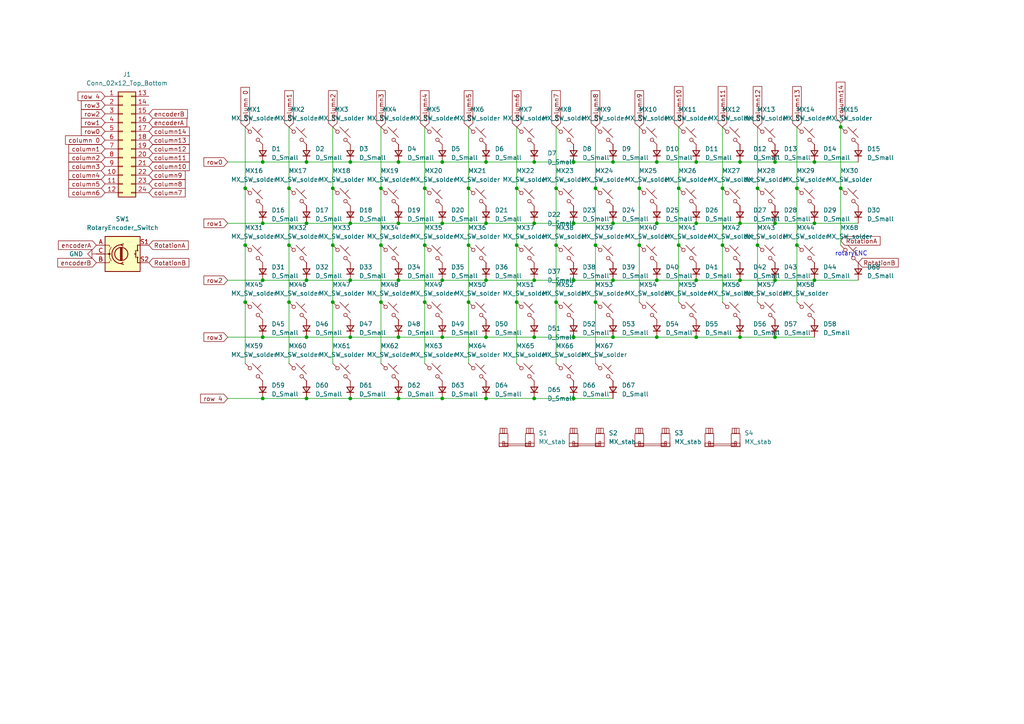
<source format=kicad_sch>
(kicad_sch (version 20231120) (generator "eeschema") (generator_version "8.0")
  (paper "A4")
  (lib_symbols
    (symbol "Connector_Generic:Conn_02x12_Top_Bottom" (pin_names (offset 1.016) hide)
      (property "Reference" "J" (at 1.27 15.24 0))
      (property "Value" "Conn_02x12_Top_Bottom" (at 1.27 -17.78 0))
      (symbol "Conn_02x12_Top_Bottom_1_1"
        (pin passive line (at -5.08 12.7 0) (length 3.81) (name "Pin_1") (number "1"))
        (pin passive line (at -5.08 -10.16 0) (length 3.81) (name "Pin_10") (number "10"))
        (pin passive line (at -5.08 -12.7 0) (length 3.81) (name "Pin_11") (number "11"))
        (pin passive line (at -5.08 -15.24 0) (length 3.81) (name "Pin_12") (number "12"))
        (pin passive line (at 7.62 12.7 180) (length 3.81) (name "Pin_13") (number "13"))
        (pin passive line (at 7.62 10.16 180) (length 3.81) (name "Pin_14") (number "14"))
        (pin passive line (at 7.62 7.62 180) (length 3.81) (name "Pin_15") (number "15"))
        (pin passive line (at 7.62 5.08 180) (length 3.81) (name "Pin_16") (number "16"))
        (pin passive line (at 7.62 2.54 180) (length 3.81) (name "Pin_17") (number "17"))
        (pin passive line (at 7.62 0 180) (length 3.81) (name "Pin_18") (number "18"))
        (pin passive line (at 7.62 -2.54 180) (length 3.81) (name "Pin_19") (number "19"))
        (pin passive line (at -5.08 10.16 0) (length 3.81) (name "Pin_2") (number "2"))
        (pin passive line (at 7.62 -5.08 180) (length 3.81) (name "Pin_20") (number "20"))
        (pin passive line (at 7.62 -7.62 180) (length 3.81) (name "Pin_21") (number "21"))
        (pin passive line (at 7.62 -10.16 180) (length 3.81) (name "Pin_22") (number "22"))
        (pin passive line (at 7.62 -12.7 180) (length 3.81) (name "Pin_23") (number "23"))
        (pin passive line (at 7.62 -15.24 180) (length 3.81) (name "Pin_24") (number "24"))
        (pin passive line (at -5.08 7.62 0) (length 3.81) (name "Pin_3") (number "3"))
        (pin passive line (at -5.08 5.08 0) (length 3.81) (name "Pin_4") (number "4"))
        (pin passive line (at -5.08 2.54 0) (length 3.81) (name "Pin_5") (number "5"))
        (pin passive line (at -5.08 0 0) (length 3.81) (name "Pin_6") (number "6"))
        (pin passive line (at -5.08 -2.54 0) (length 3.81) (name "Pin_7") (number "7"))
        (pin passive line (at -5.08 -5.08 0) (length 3.81) (name "Pin_8") (number "8"))
        (pin passive line (at -5.08 -7.62 0) (length 3.81) (name "Pin_9") (number "9"))
      )
    )
    (symbol "Device:D_Small" (pin_numbers hide) (pin_names (offset 0.254) hide)
      (property "Reference" "D" (at -1.27 2.032 0))
      (property "Value" "D_Small" (at -3.81 -2.032 0))
      (symbol "D_Small_1_1"
        (pin passive line (at -2.54 0 0) (length 1.778) (name "K") (number "1"))
        (pin passive line (at 2.54 0 180) (length 1.778) (name "A") (number "2"))
      )
    )
    (symbol "Device:RotaryEncoder_Switch" (pin_names (offset 0.254) hide)
      (property "Reference" "SW" (at 0 6.604 0))
      (property "Value" "RotaryEncoder_Switch" (at 0 -6.604 0))
      (symbol "RotaryEncoder_Switch_1_1"
        (pin passive line (at -7.62 2.54 0) (length 2.54) (name "A") (number "A"))
        (pin passive line (at -7.62 -2.54 0) (length 2.54) (name "B") (number "B"))
        (pin passive line (at -7.62 0 0) (length 2.54) (name "C") (number "C"))
        (pin passive line (at 7.62 2.54 180) (length 2.54) (name "S1") (number "S1"))
        (pin passive line (at 7.62 -2.54 180) (length 2.54) (name "S2") (number "S2"))
      )
    )
    (symbol "PCM_marbastlib-mx:MX_SW_solder" (pin_numbers hide) (pin_names (offset 1.016) hide)
      (property "Reference" "MX" (at 3.048 1.016 0))
      (property "Value" "MX_SW_solder" (at 0 -3.81 0))
      (symbol "MX_SW_solder_0_1"
        (pin passive line (at -2.54 2.54 0) (length 0) (name "1") (number "1"))
        (pin passive line (at 2.54 -2.54 180) (length 0) (name "2") (number "2"))
      )
    )
    (symbol "PCM_marbastlib-mx:MX_stab" (pin_names (offset 1.016))
      (property "Reference" "S" (at -5.08 6.35 0))
      (property "Value" "MX_stab" (at -5.08 3.81 0))
    )
    (symbol "power:GND" (power) (pin_numbers hide) (pin_names (offset 0) hide)
      (property "Value" "GND" (at 0 -3.81 0))
      (symbol "GND_1_1"
        (pin power_in line (at 0 0 270) (length 0) (name "~") (number "1"))
      )
    )
  )
  (junction (at 71.12 87.63))
  (junction (at 185.42 54.61))
  (junction (at 219.71 71.12))
  (junction (at 214.63 97.79))
  (junction (at 76.2 115.57))
  (junction (at 172.72 54.61))
  (junction (at 231.14 71.12))
  (junction (at 135.89 71.12))
  (junction (at 201.93 64.77))
  (junction (at 88.9 97.79))
  (junction (at 243.84 36.83))
  (junction (at 177.8 81.28))
  (junction (at 190.5 64.77))
  (junction (at 154.94 97.79))
  (junction (at 101.6 115.57))
  (junction (at 149.86 54.61))
  (junction (at 140.97 97.79))
  (junction (at 149.86 71.12))
  (junction (at 166.37 64.77))
  (junction (at 88.9 81.28))
  (junction (at 161.29 71.12))
  (junction (at 115.57 64.77))
  (junction (at 135.89 54.61))
  (junction (at 154.94 81.28))
  (junction (at 128.27 115.57))
  (junction (at 140.97 64.77))
  (junction (at 224.79 64.77))
  (junction (at 71.12 71.12))
  (junction (at 149.86 87.63))
  (junction (at 88.9 115.57))
  (junction (at 214.63 46.99))
  (junction (at 172.72 87.63))
  (junction (at 128.27 97.79))
  (junction (at 123.19 87.63))
  (junction (at 83.82 54.61))
  (junction (at 214.63 64.77))
  (junction (at 177.8 97.79))
  (junction (at 115.57 97.79))
  (junction (at 101.6 81.28))
  (junction (at 224.79 97.79))
  (junction (at 76.2 46.99))
  (junction (at 201.93 46.99))
  (junction (at 76.2 64.77))
  (junction (at 128.27 64.77))
  (junction (at 201.93 97.79))
  (junction (at 166.37 115.57))
  (junction (at 115.57 46.99))
  (junction (at 123.19 54.61))
  (junction (at 166.37 46.99))
  (junction (at 161.29 54.61))
  (junction (at 76.2 81.28))
  (junction (at 172.72 71.12))
  (junction (at 190.5 81.28))
  (junction (at 110.49 54.61))
  (junction (at 209.55 71.12))
  (junction (at 110.49 71.12))
  (junction (at 236.22 46.99))
  (junction (at 236.22 81.28))
  (junction (at 140.97 115.57))
  (junction (at 128.27 46.99))
  (junction (at 166.37 97.79))
  (junction (at 201.93 81.28))
  (junction (at 209.55 54.61))
  (junction (at 196.85 71.12))
  (junction (at 196.85 54.61))
  (junction (at 161.29 87.63))
  (junction (at 135.89 87.63))
  (junction (at 219.71 54.61))
  (junction (at 154.94 115.57))
  (junction (at 214.63 81.28))
  (junction (at 140.97 46.99))
  (junction (at 154.94 64.77))
  (junction (at 101.6 46.99))
  (junction (at 177.8 46.99))
  (junction (at 236.22 64.77))
  (junction (at 224.79 81.28))
  (junction (at 88.9 64.77))
  (junction (at 231.14 54.61))
  (junction (at 154.94 46.99))
  (junction (at 115.57 115.57))
  (junction (at 96.52 71.12))
  (junction (at 185.42 71.12))
  (junction (at 177.8 64.77))
  (junction (at 128.27 81.28))
  (junction (at 224.79 46.99))
  (junction (at 101.6 97.79))
  (junction (at 71.12 54.61))
  (junction (at 140.97 81.28))
  (junction (at 83.82 87.63))
  (junction (at 76.2 97.79))
  (junction (at 96.52 54.61))
  (junction (at 110.49 87.63))
  (junction (at 101.6 64.77))
  (junction (at 190.5 46.99))
  (junction (at 123.19 71.12))
  (junction (at 166.37 81.28))
  (junction (at 190.5 97.79))
  (junction (at 88.9 46.99))
  (junction (at 243.84 54.61))
  (junction (at 83.82 71.12))
  (junction (at 115.57 81.28))
  (junction (at 96.52 87.63))
  (wire (pts (xy 149.86 36.83) (xy 149.86 54.61)))
  (wire (pts (xy 66.04 46.99) (xy 76.2 46.99)))
  (wire (pts (xy 66.04 97.79) (xy 76.2 97.79)))
  (wire (pts (xy 135.89 71.12) (xy 135.89 87.63)))
  (wire (pts (xy 96.52 54.61) (xy 96.52 71.12)))
  (wire (pts (xy 140.97 81.28) (xy 154.94 81.28)))
  (wire (pts (xy 177.8 46.99) (xy 190.5 46.99)))
  (wire (pts (xy 96.52 36.83) (xy 96.52 54.61)))
  (wire (pts (xy 166.37 115.57) (xy 177.8 115.57)))
  (wire (pts (xy 161.29 36.83) (xy 161.29 54.61)))
  (wire (pts (xy 115.57 115.57) (xy 128.27 115.57)))
  (wire (pts (xy 201.93 46.99) (xy 214.63 46.99)))
  (wire (pts (xy 76.2 64.77) (xy 88.9 64.77)))
  (wire (pts (xy 115.57 46.99) (xy 128.27 46.99)))
  (wire (pts (xy 88.9 46.99) (xy 101.6 46.99)))
  (wire (pts (xy 161.29 54.61) (xy 161.29 71.12)))
  (wire (pts (xy 166.37 64.77) (xy 177.8 64.77)))
  (wire (pts (xy 154.94 64.77) (xy 166.37 64.77)))
  (wire (pts (xy 166.37 97.79) (xy 177.8 97.79)))
  (wire (pts (xy 243.84 35.56) (xy 243.84 36.83)))
  (wire (pts (xy 185.42 54.61) (xy 185.42 71.12)))
  (wire (pts (xy 196.85 54.61) (xy 196.85 71.12)))
  (wire (pts (xy 96.52 87.63) (xy 96.52 105.41)))
  (wire (pts (xy 88.9 64.77) (xy 101.6 64.77)))
  (wire (pts (xy 128.27 81.28) (xy 140.97 81.28)))
  (wire (pts (xy 236.22 46.99) (xy 248.92 46.99)))
  (wire (pts (xy 172.72 54.61) (xy 172.72 71.12)))
  (wire (pts (xy 83.82 54.61) (xy 83.82 71.12)))
  (wire (pts (xy 110.49 71.12) (xy 110.49 87.63)))
  (wire (pts (xy 110.49 87.63) (xy 110.49 105.41)))
  (wire (pts (xy 190.5 97.79) (xy 201.93 97.79)))
  (wire (pts (xy 83.82 36.83) (xy 83.82 54.61)))
  (wire (pts (xy 177.8 64.77) (xy 190.5 64.77)))
  (wire (pts (xy 128.27 115.57) (xy 140.97 115.57)))
  (wire (pts (xy 110.49 36.83) (xy 110.49 54.61)))
  (wire (pts (xy 177.8 81.28) (xy 190.5 81.28)))
  (wire (pts (xy 66.04 64.77) (xy 76.2 64.77)))
  (wire (pts (xy 172.72 87.63) (xy 172.72 105.41)))
  (wire (pts (xy 101.6 64.77) (xy 115.57 64.77)))
  (wire (pts (xy 88.9 97.79) (xy 101.6 97.79)))
  (wire (pts (xy 154.94 97.79) (xy 166.37 97.79)))
  (wire (pts (xy 96.52 71.12) (xy 96.52 87.63)))
  (wire (pts (xy 101.6 97.79) (xy 115.57 97.79)))
  (wire (pts (xy 219.71 54.61) (xy 219.71 71.12)))
  (wire (pts (xy 166.37 46.99) (xy 177.8 46.99)))
  (wire (pts (xy 149.86 87.63) (xy 149.86 105.41)))
  (wire (pts (xy 214.63 81.28) (xy 224.79 81.28)))
  (wire (pts (xy 76.2 115.57) (xy 88.9 115.57)))
  (wire (pts (xy 71.12 36.83) (xy 71.12 54.61)))
  (wire (pts (xy 224.79 46.99) (xy 236.22 46.99)))
  (wire (pts (xy 201.93 81.28) (xy 214.63 81.28)))
  (wire (pts (xy 71.12 54.61) (xy 71.12 71.12)))
  (wire (pts (xy 123.19 54.61) (xy 123.19 71.12)))
  (wire (pts (xy 209.55 54.61) (xy 209.55 71.12)))
  (wire (pts (xy 219.71 36.83) (xy 219.71 54.61)))
  (wire (pts (xy 154.94 46.99) (xy 166.37 46.99)))
  (wire (pts (xy 185.42 36.83) (xy 185.42 54.61)))
  (wire (pts (xy 209.55 36.83) (xy 209.55 54.61)))
  (wire (pts (xy 214.63 97.79) (xy 224.79 97.79)))
  (wire (pts (xy 110.49 54.61) (xy 110.49 71.12)))
  (wire (pts (xy 140.97 97.79) (xy 154.94 97.79)))
  (wire (pts (xy 128.27 46.99) (xy 140.97 46.99)))
  (wire (pts (xy 154.94 115.57) (xy 166.37 115.57)))
  (wire (pts (xy 76.2 81.28) (xy 88.9 81.28)))
  (wire (pts (xy 201.93 97.79) (xy 214.63 97.79)))
  (wire (pts (xy 149.86 71.12) (xy 149.86 87.63)))
  (wire (pts (xy 185.42 71.12) (xy 185.42 87.63)))
  (wire (pts (xy 161.29 87.63) (xy 161.29 105.41)))
  (wire (pts (xy 115.57 81.28) (xy 128.27 81.28)))
  (wire (pts (xy 123.19 71.12) (xy 123.19 87.63)))
  (wire (pts (xy 177.8 97.79) (xy 190.5 97.79)))
  (wire (pts (xy 128.27 64.77) (xy 140.97 64.77)))
  (wire (pts (xy 76.2 46.99) (xy 88.9 46.99)))
  (wire (pts (xy 172.72 36.83) (xy 172.72 54.61)))
  (wire (pts (xy 243.84 36.83) (xy 243.84 54.61)))
  (wire (pts (xy 115.57 64.77) (xy 128.27 64.77)))
  (wire (pts (xy 135.89 87.63) (xy 135.89 105.41)))
  (wire (pts (xy 243.84 54.61) (xy 243.84 71.12)))
  (wire (pts (xy 224.79 64.77) (xy 236.22 64.77)))
  (wire (pts (xy 135.89 54.61) (xy 135.89 71.12)))
  (wire (pts (xy 190.5 46.99) (xy 201.93 46.99)))
  (wire (pts (xy 76.2 97.79) (xy 88.9 97.79)))
  (wire (pts (xy 83.82 71.12) (xy 83.82 87.63)))
  (wire (pts (xy 123.19 36.83) (xy 123.19 54.61)))
  (wire (pts (xy 71.12 87.63) (xy 71.12 105.41)))
  (wire (pts (xy 172.72 71.12) (xy 172.72 87.63)))
  (wire (pts (xy 224.79 97.79) (xy 236.22 97.79)))
  (wire (pts (xy 140.97 64.77) (xy 154.94 64.77)))
  (wire (pts (xy 88.9 115.57) (xy 101.6 115.57)))
  (wire (pts (xy 231.14 36.83) (xy 231.14 54.61)))
  (wire (pts (xy 101.6 46.99) (xy 115.57 46.99)))
  (wire (pts (xy 140.97 115.57) (xy 154.94 115.57)))
  (wire (pts (xy 166.37 81.28) (xy 177.8 81.28)))
  (wire (pts (xy 149.86 54.61) (xy 149.86 71.12)))
  (wire (pts (xy 101.6 81.28) (xy 115.57 81.28)))
  (wire (pts (xy 101.6 115.57) (xy 115.57 115.57)))
  (wire (pts (xy 224.79 81.28) (xy 236.22 81.28)))
  (wire (pts (xy 209.55 71.12) (xy 209.55 87.63)))
  (wire (pts (xy 71.12 71.12) (xy 71.12 87.63)))
  (wire (pts (xy 140.97 46.99) (xy 154.94 46.99)))
  (wire (pts (xy 236.22 64.77) (xy 248.92 64.77)))
  (wire (pts (xy 135.89 36.83) (xy 135.89 54.61)))
  (wire (pts (xy 123.19 87.63) (xy 123.19 105.41)))
  (wire (pts (xy 66.04 81.28) (xy 76.2 81.28)))
  (wire (pts (xy 201.93 64.77) (xy 214.63 64.77)))
  (wire (pts (xy 66.04 115.57) (xy 76.2 115.57)))
  (wire (pts (xy 196.85 71.12) (xy 196.85 87.63)))
  (wire (pts (xy 128.27 97.79) (xy 140.97 97.79)))
  (wire (pts (xy 115.57 97.79) (xy 128.27 97.79)))
  (wire (pts (xy 161.29 71.12) (xy 161.29 87.63)))
  (wire (pts (xy 231.14 71.12) (xy 231.14 87.63)))
  (wire (pts (xy 231.14 54.61) (xy 231.14 71.12)))
  (wire (pts (xy 196.85 36.83) (xy 196.85 54.61)))
  (wire (pts (xy 219.71 71.12) (xy 219.71 87.63)))
  (wire (pts (xy 214.63 64.77) (xy 224.79 64.77)))
  (wire (pts (xy 190.5 64.77) (xy 201.93 64.77)))
  (wire (pts (xy 83.82 87.63) (xy 83.82 105.41)))
  (wire (pts (xy 236.22 81.28) (xy 248.92 81.28)))
  (wire (pts (xy 190.5 81.28) (xy 201.93 81.28)))
  (wire (pts (xy 214.63 46.99) (xy 224.79 46.99)))
  (wire (pts (xy 88.9 81.28) (xy 101.6 81.28)))
  (wire (pts (xy 154.94 81.28) (xy 166.37 81.28)))
  (text "rotaryENC" (at 246.888 73.66 0) (effects (font (size 1.27 1.27))))
  (global_label "column5" (shape input) (at 135.89 36.83 90) (property "Intersheetrefs" "${INTERSHEET_REFS}" (effects (hide yes))))
  (global_label "column9" (shape input) (at 185.42 36.83 90) (property "Intersheetrefs" "${INTERSHEET_REFS}" (effects (hide yes))))
  (global_label "RotationB" (shape input) (at 248.92 76.2 0) (property "Intersheetrefs" "${INTERSHEET_REFS}" (effects (hide yes))))
  (global_label "column6" (shape input) (at 149.86 36.83 90) (property "Intersheetrefs" "${INTERSHEET_REFS}" (effects (hide yes))))
  (global_label "row2" (shape input) (at 66.04 81.28 180) (property "Intersheetrefs" "${INTERSHEET_REFS}" (effects (hide yes))))
  (global_label "row1" (shape input) (at 66.04 64.77 180) (property "Intersheetrefs" "${INTERSHEET_REFS}" (effects (hide yes))))
  (global_label "column4" (shape input) (at 123.19 36.83 90) (property "Intersheetrefs" "${INTERSHEET_REFS}" (effects (hide yes))))
  (global_label "column 0" (shape input) (at 30.48 40.64 180) (property "Intersheetrefs" "${INTERSHEET_REFS}" (effects (hide yes))))
  (global_label "column7" (shape input) (at 161.29 36.83 90) (property "Intersheetrefs" "${INTERSHEET_REFS}" (effects (hide yes))))
  (global_label "RotationB" (shape input) (at 43.18 76.2 0) (property "Intersheetrefs" "${INTERSHEET_REFS}" (effects (hide yes))))
  (global_label "encoderA" (shape input) (at 43.18 35.56 0) (property "Intersheetrefs" "${INTERSHEET_REFS}" (effects (hide yes))))
  (global_label "row 4" (shape input) (at 66.04 115.57 180) (property "Intersheetrefs" "${INTERSHEET_REFS}" (effects (hide yes))))
  (global_label "column8" (shape input) (at 172.72 36.83 90) (property "Intersheetrefs" "${INTERSHEET_REFS}" (effects (hide yes))))
  (global_label "row2" (shape input) (at 30.48 33.02 180) (property "Intersheetrefs" "${INTERSHEET_REFS}" (effects (hide yes))))
  (global_label "column6" (shape input) (at 30.48 55.88 180) (property "Intersheetrefs" "${INTERSHEET_REFS}" (effects (hide yes))))
  (global_label "row3" (shape input) (at 30.48 30.48 180) (property "Intersheetrefs" "${INTERSHEET_REFS}" (effects (hide yes))))
  (global_label "column1" (shape input) (at 83.82 36.83 90) (property "Intersheetrefs" "${INTERSHEET_REFS}" (effects (hide yes))))
  (global_label "column2" (shape input) (at 30.48 45.72 180) (property "Intersheetrefs" "${INTERSHEET_REFS}" (effects (hide yes))))
  (global_label "column7" (shape input) (at 43.18 55.88 0) (property "Intersheetrefs" "${INTERSHEET_REFS}" (effects (hide yes))))
  (global_label "column4" (shape input) (at 30.48 50.8 180) (property "Intersheetrefs" "${INTERSHEET_REFS}" (effects (hide yes))))
  (global_label "column8" (shape input) (at 43.18 53.34 0) (property "Intersheetrefs" "${INTERSHEET_REFS}" (effects (hide yes))))
  (global_label "column9" (shape input) (at 43.18 50.8 0) (property "Intersheetrefs" "${INTERSHEET_REFS}" (effects (hide yes))))
  (global_label "row 4" (shape input) (at 30.48 27.94 180) (property "Intersheetrefs" "${INTERSHEET_REFS}" (effects (hide yes))))
  (global_label "column3" (shape input) (at 30.48 48.26 180) (property "Intersheetrefs" "${INTERSHEET_REFS}" (effects (hide yes))))
  (global_label "column14" (shape input) (at 243.84 35.56 90) (property "Intersheetrefs" "${INTERSHEET_REFS}" (effects (hide yes))))
  (global_label "column2" (shape input) (at 96.52 36.83 90) (property "Intersheetrefs" "${INTERSHEET_REFS}" (effects (hide yes))))
  (global_label "column5" (shape input) (at 30.48 53.34 180) (property "Intersheetrefs" "${INTERSHEET_REFS}" (effects (hide yes))))
  (global_label "column12" (shape input) (at 219.71 36.83 90) (property "Intersheetrefs" "${INTERSHEET_REFS}" (effects (hide yes))))
  (global_label "column3" (shape input) (at 110.49 36.83 90) (property "Intersheetrefs" "${INTERSHEET_REFS}" (effects (hide yes))))
  (global_label "row0" (shape input) (at 30.48 38.1 180) (property "Intersheetrefs" "${INTERSHEET_REFS}" (effects (hide yes))))
  (global_label "column11" (shape input) (at 209.55 36.83 90) (property "Intersheetrefs" "${INTERSHEET_REFS}" (effects (hide yes))))
  (global_label "column14" (shape input) (at 43.18 38.1 0) (property "Intersheetrefs" "${INTERSHEET_REFS}" (effects (hide yes))))
  (global_label "row3" (shape input) (at 66.04 97.79 180) (property "Intersheetrefs" "${INTERSHEET_REFS}" (effects (hide yes))))
  (global_label "encoderB" (shape input) (at 43.18 33.02 0) (property "Intersheetrefs" "${INTERSHEET_REFS}" (effects (hide yes))))
  (global_label "column13" (shape input) (at 231.14 36.83 90) (property "Intersheetrefs" "${INTERSHEET_REFS}" (effects (hide yes))))
  (global_label "row1" (shape input) (at 30.48 35.56 180) (property "Intersheetrefs" "${INTERSHEET_REFS}" (effects (hide yes))))
  (global_label "column11" (shape input) (at 43.18 45.72 0) (property "Intersheetrefs" "${INTERSHEET_REFS}" (effects (hide yes))))
  (global_label "column10" (shape input) (at 196.85 36.83 90) (property "Intersheetrefs" "${INTERSHEET_REFS}" (effects (hide yes))))
  (global_label "encoderA" (shape input) (at 27.94 71.12 180) (property "Intersheetrefs" "${INTERSHEET_REFS}" (effects (hide yes))))
  (global_label "column12" (shape input) (at 43.18 43.18 0) (property "Intersheetrefs" "${INTERSHEET_REFS}" (effects (hide yes))))
  (global_label "column10" (shape input) (at 43.18 48.26 0) (property "Intersheetrefs" "${INTERSHEET_REFS}" (effects (hide yes))))
  (global_label "column1" (shape input) (at 30.48 43.18 180) (property "Intersheetrefs" "${INTERSHEET_REFS}" (effects (hide yes))))
  (global_label "encoderB" (shape input) (at 27.94 76.2 180) (property "Intersheetrefs" "${INTERSHEET_REFS}" (effects (hide yes))))
  (global_label "column13" (shape input) (at 43.18 40.64 0) (property "Intersheetrefs" "${INTERSHEET_REFS}" (effects (hide yes))))
  (global_label "RotationA" (shape input) (at 243.84 69.85 0) (property "Intersheetrefs" "${INTERSHEET_REFS}" (effects (hide yes))))
  (global_label "row0" (shape input) (at 66.04 46.99 180) (property "Intersheetrefs" "${INTERSHEET_REFS}" (effects (hide yes))))
  (global_label "column 0" (shape input) (at 71.12 36.83 90) (property "Intersheetrefs" "${INTERSHEET_REFS}" (effects (hide yes))))
  (global_label "RotationA" (shape input) (at 43.18 71.12 0) (property "Intersheetrefs" "${INTERSHEET_REFS}" (effects (hide yes))))
  (symbol (lib_id "Device:D_Small") (at 166.37 95.25 90) (unit 1)
    (property "Reference" "D52" (at 168.91 93.9799 90) (effects (justify right)))
    (property "Value" "D_Small" (at 168.91 96.5199 90) (effects (justify right)))
    (property "Footprint" "Diode_SMD:D_SOD-123" (effects (hide yes)))
    (property "Description" "Diode, small symbol" (effects (hide yes)))
    (property "Sim.Device" "D" (effects (hide yes)))
    (property "Sim.Pins" "1=K 2=A" (effects (hide yes)))
  )
  (symbol (lib_id "PCM_marbastlib-mx:MX_SW_solder") (at 246.38 57.15 0) (unit 1)
    (property "Reference" "MX30" (at 246.38 49.53 0))
    (property "Value" "MX_SW_solder" (at 246.38 52.07 0))
    (property "Footprint" "PCM_marbastlib-mx:SW_MX_HS_CPG151101S11_1u" (effects (hide yes)))
    (property "Description" "Push button switch, normally open, two pins, 45° tilted" (effects (hide yes)))
  )
  (symbol (lib_id "Device:D_Small") (at 101.6 62.23 90) (unit 1)
    (property "Reference" "D18" (at 104.14 60.9599 90) (effects (justify right)))
    (property "Value" "D_Small" (at 104.14 63.4999 90) (effects (justify right)))
    (property "Footprint" "Diode_SMD:D_SOD-123" (effects (hide yes)))
    (property "Description" "Diode, small symbol" (effects (hide yes)))
    (property "Sim.Device" "D" (effects (hide yes)))
    (property "Sim.Pins" "1=K 2=A" (effects (hide yes)))
  )
  (symbol (lib_id "Device:D_Small") (at 166.37 62.23 90) (unit 1)
    (property "Reference" "D23" (at 168.91 60.9599 90) (effects (justify right)))
    (property "Value" "D_Small" (at 168.91 63.4999 90) (effects (justify right)))
    (property "Footprint" "Diode_SMD:D_SOD-123" (effects (hide yes)))
    (property "Description" "Diode, small symbol" (effects (hide yes)))
    (property "Sim.Device" "D" (effects (hide yes)))
    (property "Sim.Pins" "1=K 2=A" (effects (hide yes)))
  )
  (symbol (lib_id "PCM_marbastlib-mx:MX_SW_solder") (at 125.73 57.15 0) (unit 1)
    (property "Reference" "MX20" (at 125.73 49.53 0))
    (property "Value" "MX_SW_solder" (at 125.73 52.07 0))
    (property "Footprint" "PCM_marbastlib-mx:SW_MX_HS_CPG151101S11_1u" (effects (hide yes)))
    (property "Description" "Push button switch, normally open, two pins, 45° tilted" (effects (hide yes)))
  )
  (symbol (lib_id "PCM_marbastlib-mx:MX_SW_solder") (at 222.25 39.37 0) (unit 1)
    (property "Reference" "MX13" (at 222.25 31.75 0))
    (property "Value" "MX_SW_solder" (at 222.25 34.29 0))
    (property "Footprint" "PCM_marbastlib-mx:SW_MX_HS_CPG151101S11_1u" (effects (hide yes)))
    (property "Description" "Push button switch, normally open, two pins, 45° tilted" (effects (hide yes)))
  )
  (symbol (lib_id "Device:D_Small") (at 201.93 62.23 90) (unit 1)
    (property "Reference" "D26" (at 204.47 60.9599 90) (effects (justify right)))
    (property "Value" "D_Small" (at 204.47 63.4999 90) (effects (justify right)))
    (property "Footprint" "Diode_SMD:D_SOD-123" (effects (hide yes)))
    (property "Description" "Diode, small symbol" (effects (hide yes)))
    (property "Sim.Device" "D" (effects (hide yes)))
    (property "Sim.Pins" "1=K 2=A" (effects (hide yes)))
  )
  (symbol (lib_id "Device:D_Small") (at 248.92 44.45 90) (unit 1)
    (property "Reference" "D15" (at 251.46 43.1799 90) (effects (justify right)))
    (property "Value" "D_Small" (at 251.46 45.7199 90) (effects (justify right)))
    (property "Footprint" "Diode_SMD:D_SOD-123" (effects (hide yes)))
    (property "Description" "Diode, small symbol" (effects (hide yes)))
    (property "Sim.Device" "D" (effects (hide yes)))
    (property "Sim.Pins" "1=K 2=A" (effects (hide yes)))
  )
  (symbol (lib_id "Device:D_Small") (at 190.5 44.45 90) (unit 1)
    (property "Reference" "D10" (at 193.04 43.1799 90) (effects (justify right)))
    (property "Value" "D_Small" (at 193.04 45.7199 90) (effects (justify right)))
    (property "Footprint" "Diode_SMD:D_SOD-123" (effects (hide yes)))
    (property "Description" "Diode, small symbol" (effects (hide yes)))
    (property "Sim.Device" "D" (effects (hide yes)))
    (property "Sim.Pins" "1=K 2=A" (effects (hide yes)))
  )
  (symbol (lib_id "Device:D_Small") (at 88.9 78.74 90) (unit 1)
    (property "Reference" "D32" (at 91.44 77.4699 90) (effects (justify right)))
    (property "Value" "D_Small" (at 91.44 80.0099 90) (effects (justify right)))
    (property "Footprint" "Diode_SMD:D_SOD-123" (effects (hide yes)))
    (property "Description" "Diode, small symbol" (effects (hide yes)))
    (property "Sim.Device" "D" (effects (hide yes)))
    (property "Sim.Pins" "1=K 2=A" (effects (hide yes)))
  )
  (symbol (lib_id "PCM_marbastlib-mx:MX_SW_solder") (at 163.83 73.66 0) (unit 1)
    (property "Reference" "MX38" (at 163.83 66.04 0))
    (property "Value" "MX_SW_solder" (at 163.83 68.58 0))
    (property "Footprint" "PCM_marbastlib-mx:SW_MX_HS_CPG151101S11_1u" (effects (hide yes)))
    (property "Description" "Push button switch, normally open, two pins, 45° tilted" (effects (hide yes)))
  )
  (symbol (lib_id "Device:D_Small") (at 224.79 78.74 90) (unit 1)
    (property "Reference" "D43" (at 227.33 77.4699 90) (effects (justify right)))
    (property "Value" "D_Small" (at 227.33 80.0099 90) (effects (justify right)))
    (property "Footprint" "Diode_SMD:D_SOD-123" (effects (hide yes)))
    (property "Description" "Diode, small symbol" (effects (hide yes)))
    (property "Sim.Device" "D" (effects (hide yes)))
    (property "Sim.Pins" "1=K 2=A" (effects (hide yes)))
  )
  (symbol (lib_id "PCM_marbastlib-mx:MX_SW_solder") (at 175.26 90.17 0) (unit 1)
    (property "Reference" "MX53" (at 175.26 82.55 0))
    (property "Value" "MX_SW_solder" (at 175.26 85.09 0))
    (property "Footprint" "PCM_marbastlib-mx:SW_MX_HS_CPG151101S11_1u" (effects (hide yes)))
    (property "Description" "Push button switch, normally open, two pins, 45° tilted" (effects (hide yes)))
  )
  (symbol (lib_id "PCM_marbastlib-mx:MX_SW_solder") (at 233.68 90.17 0) (unit 1)
    (property "Reference" "MX58" (at 233.68 82.55 0))
    (property "Value" "MX_SW_solder" (at 233.68 85.09 0))
    (property "Footprint" "PCM_marbastlib-mx:SW_MX_HS_CPG151101S11_1u" (effects (hide yes)))
    (property "Description" "Push button switch, normally open, two pins, 45° tilted" (effects (hide yes)))
  )
  (symbol (lib_id "PCM_marbastlib-mx:MX_SW_solder") (at 187.96 90.17 0) (unit 1)
    (property "Reference" "MX54" (at 187.96 82.55 0))
    (property "Value" "MX_SW_solder" (at 187.96 85.09 0))
    (property "Footprint" "PCM_marbastlib-mx:SW_MX_HS_CPG151101S11_1u" (effects (hide yes)))
    (property "Description" "Push button switch, normally open, two pins, 45° tilted" (effects (hide yes)))
  )
  (symbol (lib_id "Device:D_Small") (at 166.37 113.03 90) (unit 1)
    (property "Reference" "D66" (at 168.91 111.7599 90) (effects (justify right)))
    (property "Value" "D_Small" (at 168.91 114.2999 90) (effects (justify right)))
    (property "Footprint" "Diode_SMD:D_SOD-123" (effects (hide yes)))
    (property "Description" "Diode, small symbol" (effects (hide yes)))
    (property "Sim.Device" "D" (effects (hide yes)))
    (property "Sim.Pins" "1=K 2=A" (effects (hide yes)))
  )
  (symbol (lib_id "Device:D_Small") (at 101.6 95.25 90) (unit 1)
    (property "Reference" "D47" (at 104.14 93.9799 90) (effects (justify right)))
    (property "Value" "D_Small" (at 104.14 96.5199 90) (effects (justify right)))
    (property "Footprint" "Diode_SMD:D_SOD-123" (effects (hide yes)))
    (property "Description" "Diode, small symbol" (effects (hide yes)))
    (property "Sim.Device" "D" (effects (hide yes)))
    (property "Sim.Pins" "1=K 2=A" (effects (hide yes)))
  )
  (symbol (lib_id "Device:D_Small") (at 154.94 95.25 90) (unit 1)
    (property "Reference" "D51" (at 158.75 95.2499 90) (effects (justify right)))
    (property "Value" "D_Small" (at 158.75 97.7899 90) (effects (justify right)))
    (property "Footprint" "Diode_SMD:D_SOD-123" (effects (hide yes)))
    (property "Description" "Diode, small symbol" (effects (hide yes)))
    (property "Sim.Device" "D" (effects (hide yes)))
    (property "Sim.Pins" "1=K 2=A" (effects (hide yes)))
  )
  (symbol (lib_id "Device:D_Small") (at 154.94 113.03 90) (unit 1)
    (property "Reference" "D65" (at 158.75 113.0299 90) (effects (justify right)))
    (property "Value" "D_Small" (at 158.75 115.5699 90) (effects (justify right)))
    (property "Footprint" "Diode_SMD:D_SOD-123" (effects (hide yes)))
    (property "Description" "Diode, small symbol" (effects (hide yes)))
    (property "Sim.Device" "D" (effects (hide yes)))
    (property "Sim.Pins" "1=K 2=A" (effects (hide yes)))
  )
  (symbol (lib_id "Device:D_Small") (at 248.92 62.23 90) (unit 1)
    (property "Reference" "D30" (at 251.46 60.9599 90) (effects (justify right)))
    (property "Value" "D_Small" (at 251.46 63.4999 90) (effects (justify right)))
    (property "Footprint" "Diode_SMD:D_SOD-123" (effects (hide yes)))
    (property "Description" "Diode, small symbol" (effects (hide yes)))
    (property "Sim.Device" "D" (effects (hide yes)))
    (property "Sim.Pins" "1=K 2=A" (effects (hide yes)))
  )
  (symbol (lib_id "Device:D_Small") (at 128.27 44.45 90) (unit 1)
    (property "Reference" "D5" (at 130.81 43.1799 90) (effects (justify right)))
    (property "Value" "D_Small" (at 130.81 45.7199 90) (effects (justify right)))
    (property "Footprint" "Diode_SMD:D_SOD-123" (effects (hide yes)))
    (property "Description" "Diode, small symbol" (effects (hide yes)))
    (property "Sim.Device" "D" (effects (hide yes)))
    (property "Sim.Pins" "1=K 2=A" (effects (hide yes)))
  )
  (symbol (lib_id "Device:D_Small") (at 76.2 44.45 90) (unit 1)
    (property "Reference" "D1" (at 78.74 43.1799 90) (effects (justify right)))
    (property "Value" "D_Small" (at 78.74 45.7199 90) (effects (justify right)))
    (property "Footprint" "Diode_SMD:D_SOD-123" (effects (hide yes)))
    (property "Description" "Diode, small symbol" (effects (hide yes)))
    (property "Sim.Device" "D" (effects (hide yes)))
    (property "Sim.Pins" "1=K 2=A" (effects (hide yes)))
  )
  (symbol (lib_id "Device:D_Small") (at 88.9 62.23 90) (unit 1)
    (property "Reference" "D17" (at 91.44 60.9599 90) (effects (justify right)))
    (property "Value" "D_Small" (at 91.44 63.4999 90) (effects (justify right)))
    (property "Footprint" "Diode_SMD:D_SOD-123" (effects (hide yes)))
    (property "Description" "Diode, small symbol" (effects (hide yes)))
    (property "Sim.Device" "D" (effects (hide yes)))
    (property "Sim.Pins" "1=K 2=A" (effects (hide yes)))
  )
  (symbol (lib_id "Device:D_Small") (at 177.8 95.25 90) (unit 1)
    (property "Reference" "D53" (at 180.34 93.9799 90) (effects (justify right)))
    (property "Value" "D_Small" (at 180.34 96.5199 90) (effects (justify right)))
    (property "Footprint" "Diode_SMD:D_SOD-123" (effects (hide yes)))
    (property "Description" "Diode, small symbol" (effects (hide yes)))
    (property "Sim.Device" "D" (effects (hide yes)))
    (property "Sim.Pins" "1=K 2=A" (effects (hide yes)))
  )
  (symbol (lib_id "PCM_marbastlib-mx:MX_SW_solder") (at 246.38 73.66 0) (unit 1)
    (property "Reference" "MX68" (at 246.38 66.04 0))
    (property "Value" "MX_SW_solder" (at 246.38 68.58 0))
    (property "Footprint" "PCM_marbastlib-mx:SW_MX_HS_CPG151101S11_1u" (effects (hide yes)))
    (property "Description" "Push button switch, normally open, two pins, 45° tilted" (effects (hide yes)))
  )
  (symbol (lib_id "PCM_marbastlib-mx:MX_SW_solder") (at 138.43 107.95 0) (unit 1)
    (property "Reference" "MX64" (at 138.43 100.33 0))
    (property "Value" "MX_SW_solder" (at 138.43 102.87 0))
    (property "Footprint" "PCM_marbastlib-mx:SW_MX_HS_CPG151101S11_1.25u" (effects (hide yes)))
    (property "Description" "Push button switch, normally open, two pins, 45° tilted" (effects (hide yes)))
  )
  (symbol (lib_id "Device:D_Small") (at 248.92 78.74 90) (unit 1)
    (property "Reference" "D68" (at 251.46 77.4699 90) (effects (justify right)))
    (property "Value" "D_Small" (at 251.46 80.0099 90) (effects (justify right)))
    (property "Footprint" "Diode_SMD:D_SOD-123" (effects (hide yes)))
    (property "Description" "Diode, small symbol" (effects (hide yes)))
    (property "Sim.Device" "D" (effects (hide yes)))
    (property "Sim.Pins" "1=K 2=A" (effects (hide yes)))
  )
  (symbol (lib_id "PCM_marbastlib-mx:MX_SW_solder") (at 99.06 57.15 0) (unit 1)
    (property "Reference" "MX18" (at 99.06 49.53 0))
    (property "Value" "MX_SW_solder" (at 99.06 52.07 0))
    (property "Footprint" "PCM_marbastlib-mx:SW_MX_HS_CPG151101S11_1u" (effects (hide yes)))
    (property "Description" "Push button switch, normally open, two pins, 45° tilted" (effects (hide yes)))
  )
  (symbol (lib_id "PCM_marbastlib-mx:MX_SW_solder") (at 175.26 39.37 0) (unit 1)
    (property "Reference" "MX9" (at 175.26 31.75 0))
    (property "Value" "MX_SW_solder" (at 175.26 34.29 0))
    (property "Footprint" "PCM_marbastlib-mx:SW_MX_HS_CPG151101S11_1u" (effects (hide yes)))
    (property "Description" "Push button switch, normally open, two pins, 45° tilted" (effects (hide yes)))
  )
  (symbol (lib_id "Device:D_Small") (at 201.93 78.74 90) (unit 1)
    (property "Reference" "D41" (at 204.47 77.4699 90) (effects (justify right)))
    (property "Value" "D_Small" (at 204.47 80.0099 90) (effects (justify right)))
    (property "Footprint" "Diode_SMD:D_SOD-123" (effects (hide yes)))
    (property "Description" "Diode, small symbol" (effects (hide yes)))
    (property "Sim.Device" "D" (effects (hide yes)))
    (property "Sim.Pins" "1=K 2=A" (effects (hide yes)))
  )
  (symbol (lib_id "Device:D_Small") (at 140.97 78.74 90) (unit 1)
    (property "Reference" "D36" (at 143.51 77.4699 90) (effects (justify right)))
    (property "Value" "D_Small" (at 143.51 80.0099 90) (effects (justify right)))
    (property "Footprint" "Diode_SMD:D_SOD-123" (effects (hide yes)))
    (property "Description" "Diode, small symbol" (effects (hide yes)))
    (property "Sim.Device" "D" (effects (hide yes)))
    (property "Sim.Pins" "1=K 2=A" (effects (hide yes)))
  )
  (symbol (lib_id "Device:D_Small") (at 76.2 95.25 90) (unit 1)
    (property "Reference" "D45" (at 78.74 93.9799 90) (effects (justify right)))
    (property "Value" "D_Small" (at 78.74 96.5199 90) (effects (justify right)))
    (property "Footprint" "Diode_SMD:D_SOD-123" (effects (hide yes)))
    (property "Description" "Diode, small symbol" (effects (hide yes)))
    (property "Sim.Device" "D" (effects (hide yes)))
    (property "Sim.Pins" "1=K 2=A" (effects (hide yes)))
  )
  (symbol (lib_id "Device:D_Small") (at 166.37 44.45 90) (unit 1)
    (property "Reference" "D8" (at 168.91 43.1799 90) (effects (justify right)))
    (property "Value" "D_Small" (at 168.91 45.7199 90) (effects (justify right)))
    (property "Footprint" "Diode_SMD:D_SOD-123" (effects (hide yes)))
    (property "Description" "Diode, small symbol" (effects (hide yes)))
    (property "Sim.Device" "D" (effects (hide yes)))
    (property "Sim.Pins" "1=K 2=A" (effects (hide yes)))
  )
  (symbol (lib_id "PCM_marbastlib-mx:MX_SW_solder") (at 86.36 39.37 0) (unit 1)
    (property "Reference" "MX2" (at 86.36 31.75 0))
    (property "Value" "MX_SW_solder" (at 86.36 34.29 0))
    (property "Footprint" "PCM_marbastlib-mx:SW_MX_HS_CPG151101S11_1u" (effects (hide yes)))
    (property "Description" "Push button switch, normally open, two pins, 45° tilted" (effects (hide yes)))
  )
  (symbol (lib_id "PCM_marbastlib-mx:MX_SW_solder") (at 113.03 39.37 0) (unit 1)
    (property "Reference" "MX4" (at 113.03 31.75 0))
    (property "Value" "MX_SW_solder" (at 113.03 34.29 0))
    (property "Footprint" "PCM_marbastlib-mx:SW_MX_HS_CPG151101S11_1u" (effects (hide yes)))
    (property "Description" "Push button switch, normally open, two pins, 45° tilted" (effects (hide yes)))
  )
  (symbol (lib_id "Device:D_Small") (at 88.9 113.03 90) (unit 1)
    (property "Reference" "D60" (at 91.44 111.7599 90) (effects (justify right)))
    (property "Value" "D_Small" (at 91.44 114.2999 90) (effects (justify right)))
    (property "Footprint" "Diode_SMD:D_SOD-123" (effects (hide yes)))
    (property "Description" "Diode, small symbol" (effects (hide yes)))
    (property "Sim.Device" "D" (effects (hide yes)))
    (property "Sim.Pins" "1=K 2=A" (effects (hide yes)))
  )
  (symbol (lib_id "Device:D_Small") (at 140.97 113.03 90) (unit 1)
    (property "Reference" "D64" (at 143.51 111.7599 90) (effects (justify right)))
    (property "Value" "D_Small" (at 143.51 114.2999 90) (effects (justify right)))
    (property "Footprint" "Diode_SMD:D_SOD-123" (effects (hide yes)))
    (property "Description" "Diode, small symbol" (effects (hide yes)))
    (property "Sim.Device" "D" (effects (hide yes)))
    (property "Sim.Pins" "1=K 2=A" (effects (hide yes)))
  )
  (symbol (lib_id "Device:D_Small") (at 88.9 95.25 90) (unit 1)
    (property "Reference" "D46" (at 91.44 93.9799 90) (effects (justify right)))
    (property "Value" "D_Small" (at 91.44 96.5199 90) (effects (justify right)))
    (property "Footprint" "Diode_SMD:D_SOD-123" (effects (hide yes)))
    (property "Description" "Diode, small symbol" (effects (hide yes)))
    (property "Sim.Device" "D" (effects (hide yes)))
    (property "Sim.Pins" "1=K 2=A" (effects (hide yes)))
  )
  (symbol (lib_id "Device:D_Small") (at 140.97 62.23 90) (unit 1)
    (property "Reference" "D21" (at 143.51 60.9599 90) (effects (justify right)))
    (property "Value" "D_Small" (at 143.51 63.4999 90) (effects (justify right)))
    (property "Footprint" "Diode_SMD:D_SOD-123" (effects (hide yes)))
    (property "Description" "Diode, small symbol" (effects (hide yes)))
    (property "Sim.Device" "D" (effects (hide yes)))
    (property "Sim.Pins" "1=K 2=A" (effects (hide yes)))
  )
  (symbol (lib_id "Device:D_Small") (at 177.8 113.03 90) (unit 1)
    (property "Reference" "D67" (at 180.34 111.7599 90) (effects (justify right)))
    (property "Value" "D_Small" (at 180.34 114.2999 90) (effects (justify right)))
    (property "Footprint" "Diode_SMD:D_SOD-123" (effects (hide yes)))
    (property "Description" "Diode, small symbol" (effects (hide yes)))
    (property "Sim.Device" "D" (effects (hide yes)))
    (property "Sim.Pins" "1=K 2=A" (effects (hide yes)))
  )
  (symbol (lib_id "Device:D_Small") (at 236.22 78.74 90) (unit 1)
    (property "Reference" "D44" (at 238.76 77.4699 90) (effects (justify right)))
    (property "Value" "D_Small" (at 238.76 80.0099 90) (effects (justify right)))
    (property "Footprint" "Diode_SMD:D_SOD-123" (effects (hide yes)))
    (property "Description" "Diode, small symbol" (effects (hide yes)))
    (property "Sim.Device" "D" (effects (hide yes)))
    (property "Sim.Pins" "1=K 2=A" (effects (hide yes)))
  )
  (symbol (lib_id "PCM_marbastlib-mx:MX_SW_solder") (at 138.43 39.37 0) (unit 1)
    (property "Reference" "MX6" (at 138.43 31.75 0))
    (property "Value" "MX_SW_solder" (at 138.43 34.29 0))
    (property "Footprint" "PCM_marbastlib-mx:SW_MX_HS_CPG151101S11_1u" (effects (hide yes)))
    (property "Description" "Push button switch, normally open, two pins, 45° tilted" (effects (hide yes)))
  )
  (symbol (lib_id "PCM_marbastlib-mx:MX_SW_solder") (at 246.38 39.37 0) (unit 1)
    (property "Reference" "MX15" (at 246.38 31.75 0))
    (property "Value" "MX_SW_solder" (at 246.38 34.29 0))
    (property "Footprint" "PCM_marbastlib-mx:SW_MX_HS_CPG151101S11_1u" (effects (hide yes)))
    (property "Description" "Push button switch, normally open, two pins, 45° tilted" (effects (hide yes)))
  )
  (symbol (lib_id "PCM_marbastlib-mx:MX_SW_solder") (at 73.66 90.17 0) (unit 1)
    (property "Reference" "MX45" (at 73.66 82.55 0))
    (property "Value" "MX_SW_solder" (at 73.66 85.09 0))
    (property "Footprint" "PCM_marbastlib-mx:SW_MX_HS_CPG151101S11_1u" (effects (hide yes)))
    (property "Description" "Push button switch, normally open, two pins, 45° tilted" (effects (hide yes)))
  )
  (symbol (lib_id "Device:D_Small") (at 236.22 95.25 90) (unit 1)
    (property "Reference" "D58" (at 238.76 93.9799 90) (effects (justify right)))
    (property "Value" "D_Small" (at 238.76 96.5199 90) (effects (justify right)))
    (property "Footprint" "Diode_SMD:D_SOD-123" (effects (hide yes)))
    (property "Description" "Diode, small symbol" (effects (hide yes)))
    (property "Sim.Device" "D" (effects (hide yes)))
    (property "Sim.Pins" "1=K 2=A" (effects (hide yes)))
  )
  (symbol (lib_id "Device:D_Small") (at 115.57 62.23 90) (unit 1)
    (property "Reference" "D19" (at 118.11 60.9599 90) (effects (justify right)))
    (property "Value" "D_Small" (at 118.11 63.4999 90) (effects (justify right)))
    (property "Footprint" "Diode_SMD:D_SOD-123" (effects (hide yes)))
    (property "Description" "Diode, small symbol" (effects (hide yes)))
    (property "Sim.Device" "D" (effects (hide yes)))
    (property "Sim.Pins" "1=K 2=A" (effects (hide yes)))
  )
  (symbol (lib_id "PCM_marbastlib-mx:MX_SW_solder") (at 187.96 73.66 0) (unit 1)
    (property "Reference" "MX40" (at 187.96 66.04 0))
    (property "Value" "MX_SW_solder" (at 187.96 68.58 0))
    (property "Footprint" "PCM_marbastlib-mx:SW_MX_HS_CPG151101S11_1u" (effects (hide yes)))
    (property "Description" "Push button switch, normally open, two pins, 45° tilted" (effects (hide yes)))
  )
  (symbol (lib_id "PCM_marbastlib-mx:MX_SW_solder") (at 222.25 57.15 0) (unit 1)
    (property "Reference" "MX28" (at 222.25 49.53 0))
    (property "Value" "MX_SW_solder" (at 222.25 52.07 0))
    (property "Footprint" "PCM_marbastlib-mx:SW_MX_HS_CPG151101S11_1u" (effects (hide yes)))
    (property "Description" "Push button switch, normally open, two pins, 45° tilted" (effects (hide yes)))
  )
  (symbol (lib_id "Device:RotaryEncoder_Switch") (at 35.56 73.66 0) (unit 1)
    (property "Reference" "SW1" (at 35.56 63.5 0))
    (property "Value" "RotaryEncoder_Switch" (at 35.56 66.04 0))
    (property "Footprint" "PCM_marbastlib-various:RotaryEncoder_EC11" (effects (hide yes)))
    (property "Description" "Rotary encoder, dual channel, incremental quadrate outputs, with switch" (effects (hide yes)))
  )
  (symbol (lib_id "Device:D_Small") (at 76.2 113.03 90) (unit 1)
    (property "Reference" "D59" (at 78.74 111.7599 90) (effects (justify right)))
    (property "Value" "D_Small" (at 78.74 114.2999 90) (effects (justify right)))
    (property "Footprint" "Diode_SMD:D_SOD-123" (effects (hide yes)))
    (property "Description" "Diode, small symbol" (effects (hide yes)))
    (property "Sim.Device" "D" (effects (hide yes)))
    (property "Sim.Pins" "1=K 2=A" (effects (hide yes)))
  )
  (symbol (lib_id "PCM_marbastlib-mx:MX_SW_solder") (at 175.26 57.15 0) (unit 1)
    (property "Reference" "MX24" (at 175.26 49.53 0))
    (property "Value" "MX_SW_solder" (at 175.26 52.07 0))
    (property "Footprint" "PCM_marbastlib-mx:SW_MX_HS_CPG151101S11_1u" (effects (hide yes)))
    (property "Description" "Push button switch, normally open, two pins, 45° tilted" (effects (hide yes)))
  )
  (symbol (lib_id "PCM_marbastlib-mx:MX_SW_solder") (at 86.36 107.95 0) (unit 1)
    (property "Reference" "MX60" (at 86.36 100.33 0))
    (property "Value" "MX_SW_solder" (at 86.36 102.87 0))
    (property "Footprint" "PCM_marbastlib-mx:SW_MX_HS_CPG151101S11_1.25u" (effects (hide yes)))
    (property "Description" "Push button switch, normally open, two pins, 45° tilted" (effects (hide yes)))
  )
  (symbol (lib_id "Device:D_Small") (at 115.57 95.25 90) (unit 1)
    (property "Reference" "D48" (at 118.11 93.9799 90) (effects (justify right)))
    (property "Value" "D_Small" (at 118.11 96.5199 90) (effects (justify right)))
    (property "Footprint" "Diode_SMD:D_SOD-123" (effects (hide yes)))
    (property "Description" "Diode, small symbol" (effects (hide yes)))
    (property "Sim.Device" "D" (effects (hide yes)))
    (property "Sim.Pins" "1=K 2=A" (effects (hide yes)))
  )
  (symbol (lib_id "PCM_marbastlib-mx:MX_SW_solder") (at 163.83 57.15 0) (unit 1)
    (property "Reference" "MX23" (at 163.83 49.53 0))
    (property "Value" "MX_SW_solder" (at 163.83 52.07 0))
    (property "Footprint" "PCM_marbastlib-mx:SW_MX_HS_CPG151101S11_1u" (effects (hide yes)))
    (property "Description" "Push button switch, normally open, two pins, 45° tilted" (effects (hide yes)))
  )
  (symbol (lib_id "PCM_marbastlib-mx:MX_SW_solder") (at 113.03 90.17 0) (unit 1)
    (property "Reference" "MX48" (at 113.03 82.55 0))
    (property "Value" "MX_SW_solder" (at 113.03 85.09 0))
    (property "Footprint" "PCM_marbastlib-mx:SW_MX_HS_CPG151101S11_1u" (effects (hide yes)))
    (property "Description" "Push button switch, normally open, two pins, 45° tilted" (effects (hide yes)))
  )
  (symbol (lib_id "PCM_marbastlib-mx:MX_SW_solder") (at 73.66 39.37 0) (unit 1)
    (property "Reference" "MX1" (at 73.66 31.75 0))
    (property "Value" "MX_SW_solder" (at 73.66 34.29 0))
    (property "Footprint" "PCM_marbastlib-mx:SW_MX_HS_CPG151101S11_1u" (effects (hide yes)))
    (property "Description" "Push button switch, normally open, two pins, 45° tilted" (effects (hide yes)))
  )
  (symbol (lib_id "Device:D_Small") (at 115.57 113.03 90) (unit 1)
    (property "Reference" "D62" (at 118.11 111.7599 90) (effects (justify right)))
    (property "Value" "D_Small" (at 118.11 114.2999 90) (effects (justify right)))
    (property "Footprint" "Diode_SMD:D_SOD-123" (effects (hide yes)))
    (property "Description" "Diode, small symbol" (effects (hide yes)))
    (property "Sim.Device" "D" (effects (hide yes)))
    (property "Sim.Pins" "1=K 2=A" (effects (hide yes)))
  )
  (symbol (lib_id "Device:D_Small") (at 101.6 44.45 90) (unit 1)
    (property "Reference" "D3" (at 104.14 43.1799 90) (effects (justify right)))
    (property "Value" "D_Small" (at 104.14 45.7199 90) (effects (justify right)))
    (property "Footprint" "Diode_SMD:D_SOD-123" (effects (hide yes)))
    (property "Description" "Diode, small symbol" (effects (hide yes)))
    (property "Sim.Device" "D" (effects (hide yes)))
    (property "Sim.Pins" "1=K 2=A" (effects (hide yes)))
  )
  (symbol (lib_id "PCM_marbastlib-mx:MX_SW_solder") (at 163.83 107.95 0) (unit 1)
    (property "Reference" "MX66" (at 163.83 100.33 0))
    (property "Value" "MX_SW_solder" (at 163.83 102.87 0))
    (property "Footprint" "PCM_marbastlib-mx:SW_MX_HS_CPG151101S11_1u" (effects (hide yes)))
    (property "Description" "Push button switch, normally open, two pins, 45° tilted" (effects (hide yes)))
  )
  (symbol (lib_id "PCM_marbastlib-mx:MX_SW_solder") (at 73.66 57.15 0) (unit 1)
    (property "Reference" "MX16" (at 73.66 49.53 0))
    (property "Value" "MX_SW_solder" (at 73.66 52.07 0))
    (property "Footprint" "PCM_marbastlib-mx:SW_MX_HS_CPG151101S11_1.5u" (effects (hide yes)))
    (property "Description" "Push button switch, normally open, two pins, 45° tilted" (effects (hide yes)))
  )
  (symbol (lib_id "PCM_marbastlib-mx:MX_SW_solder") (at 212.09 39.37 0) (unit 1)
    (property "Reference" "MX12" (at 212.09 31.75 0))
    (property "Value" "MX_SW_solder" (at 212.09 34.29 0))
    (property "Footprint" "PCM_marbastlib-mx:SW_MX_HS_CPG151101S11_1u" (effects (hide yes)))
    (property "Description" "Push button switch, normally open, two pins, 45° tilted" (effects (hide yes)))
  )
  (symbol (lib_id "Device:D_Small") (at 214.63 95.25 90) (unit 1)
    (property "Reference" "D56" (at 218.44 93.9799 90) (effects (justify right)))
    (property "Value" "D_Small" (at 218.44 96.5199 90) (effects (justify right)))
    (property "Footprint" "Diode_SMD:D_SOD-123" (effects (hide yes)))
    (property "Description" "Diode, small symbol" (effects (hide yes)))
    (property "Sim.Device" "D" (effects (hide yes)))
    (property "Sim.Pins" "1=K 2=A" (effects (hide yes)))
  )
  (symbol (lib_id "PCM_marbastlib-mx:MX_SW_solder") (at 163.83 39.37 0) (unit 1)
    (property "Reference" "MX8" (at 163.83 31.75 0))
    (property "Value" "MX_SW_solder" (at 163.83 34.29 0))
    (property "Footprint" "PCM_marbastlib-mx:SW_MX_HS_CPG151101S11_1u" (effects (hide yes)))
    (property "Description" "Push button switch, normally open, two pins, 45° tilted" (effects (hide yes)))
  )
  (symbol (lib_id "Device:D_Small") (at 224.79 62.23 90) (unit 1)
    (property "Reference" "D28" (at 227.33 60.9599 90) (effects (justify right)))
    (property "Value" "D_Small" (at 227.33 63.4999 90) (effects (justify right)))
    (property "Footprint" "Diode_SMD:D_SOD-123" (effects (hide yes)))
    (property "Description" "Diode, small symbol" (effects (hide yes)))
    (property "Sim.Device" "D" (effects (hide yes)))
    (property "Sim.Pins" "1=K 2=A" (effects (hide yes)))
  )
  (symbol (lib_id "PCM_marbastlib-mx:MX_SW_solder") (at 125.73 39.37 0) (unit 1)
    (property "Reference" "MX5" (at 125.73 31.75 0))
    (property "Value" "MX_SW_solder" (at 125.73 34.29 0))
    (property "Footprint" "PCM_marbastlib-mx:SW_MX_HS_CPG151101S11_1u" (effects (hide yes)))
    (property "Description" "Push button switch, normally open, two pins, 45° tilted" (effects (hide yes)))
  )
  (symbol (lib_id "PCM_marbastlib-mx:MX_SW_solder") (at 125.73 90.17 0) (unit 1)
    (property "Reference" "MX49" (at 125.73 82.55 0))
    (property "Value" "MX_SW_solder" (at 125.73 85.09 0))
    (property "Footprint" "PCM_marbastlib-mx:SW_MX_HS_CPG151101S11_1u" (effects (hide yes)))
    (property "Description" "Push button switch, normally open, two pins, 45° tilted" (effects (hide yes)))
  )
  (symbol (lib_id "PCM_marbastlib-mx:MX_SW_solder") (at 86.36 90.17 0) (unit 1)
    (property "Reference" "MX46" (at 86.36 82.55 0))
    (property "Value" "MX_SW_solder" (at 86.36 85.09 0))
    (property "Footprint" "PCM_marbastlib-mx:SW_MX_HS_CPG151101S11_1u" (effects (hide yes)))
    (property "Description" "Push button switch, normally open, two pins, 45° tilted" (effects (hide yes)))
  )
  (symbol (lib_id "PCM_marbastlib-mx:MX_SW_solder") (at 199.39 73.66 0) (unit 1)
    (property "Reference" "MX41" (at 199.39 66.04 0))
    (property "Value" "MX_SW_solder" (at 199.39 68.58 0))
    (property "Footprint" "PCM_marbastlib-mx:SW_MX_HS_CPG151101S11_1u" (effects (hide yes)))
    (property "Description" "Push button switch, normally open, two pins, 45° tilted" (effects (hide yes)))
  )
  (symbol (lib_id "Device:D_Small") (at 224.79 44.45 90) (unit 1)
    (property "Reference" "D13" (at 227.33 43.1799 90) (effects (justify right)))
    (property "Value" "D_Small" (at 227.33 45.7199 90) (effects (justify right)))
    (property "Footprint" "Diode_SMD:D_SOD-123" (effects (hide yes)))
    (property "Description" "Diode, small symbol" (effects (hide yes)))
    (property "Sim.Device" "D" (effects (hide yes)))
    (property "Sim.Pins" "1=K 2=A" (effects (hide yes)))
  )
  (symbol (lib_id "PCM_marbastlib-mx:MX_SW_solder") (at 99.06 90.17 0) (unit 1)
    (property "Reference" "MX47" (at 99.06 82.55 0))
    (property "Value" "MX_SW_solder" (at 99.06 85.09 0))
    (property "Footprint" "PCM_marbastlib-mx:SW_MX_HS_CPG151101S11_1u" (effects (hide yes)))
    (property "Description" "Push button switch, normally open, two pins, 45° tilted" (effects (hide yes)))
  )
  (symbol (lib_id "PCM_marbastlib-mx:MX_SW_solder") (at 152.4 57.15 0) (unit 1)
    (property "Reference" "MX22" (at 152.4 49.53 0))
    (property "Value" "MX_SW_solder" (at 152.4 52.07 0))
    (property "Footprint" "PCM_marbastlib-mx:SW_MX_HS_CPG151101S11_1u" (effects (hide yes)))
    (property "Description" "Push button switch, normally open, two pins, 45° tilted" (effects (hide yes)))
  )
  (symbol (lib_id "Device:D_Small") (at 236.22 44.45 90) (unit 1)
    (property "Reference" "D14" (at 238.76 43.1799 90) (effects (justify right)))
    (property "Value" "D_Small" (at 238.76 45.7199 90) (effects (justify right)))
    (property "Footprint" "Diode_SMD:D_SOD-123" (effects (hide yes)))
    (property "Description" "Diode, small symbol" (effects (hide yes)))
    (property "Sim.Device" "D" (effects (hide yes)))
    (property "Sim.Pins" "1=K 2=A" (effects (hide yes)))
  )
  (symbol (lib_id "PCM_marbastlib-mx:MX_SW_solder") (at 187.96 39.37 0) (unit 1)
    (property "Reference" "MX10" (at 187.96 31.75 0))
    (property "Value" "MX_SW_solder" (at 187.96 34.29 0))
    (property "Footprint" "PCM_marbastlib-mx:SW_MX_HS_CPG151101S11_1u" (effects (hide yes)))
    (property "Description" "Push button switch, normally open, two pins, 45° tilted" (effects (hide yes)))
  )
  (symbol (lib_id "Device:D_Small") (at 214.63 44.45 90) (unit 1)
    (property "Reference" "D12" (at 218.44 43.1799 90) (effects (justify right)))
    (property "Value" "D_Small" (at 218.44 45.7199 90) (effects (justify right)))
    (property "Footprint" "Diode_SMD:D_SOD-123" (effects (hide yes)))
    (property "Description" "Diode, small symbol" (effects (hide yes)))
    (property "Sim.Device" "D" (effects (hide yes)))
    (property "Sim.Pins" "1=K 2=A" (effects (hide yes)))
  )
  (symbol (lib_id "PCM_marbastlib-mx:MX_stab") (at 209.55 127 0) (unit 1)
    (property "Reference" "S4" (at 215.9 125.6029 0) (effects (justify left)))
    (property "Value" "MX_stab" (at 215.9 128.1429 0) (effects (justify left)))
    (property "Footprint" "PCM_marbastlib-mx:STAB_MX_P_6.25u" (effects (hide yes)))
    (property "Description" "Cherry MX-style stabilizer" (effects (hide yes)))
  )
  (symbol (lib_id "PCM_marbastlib-mx:MX_SW_solder") (at 138.43 73.66 0) (unit 1)
    (property "Reference" "MX36" (at 138.43 66.04 0))
    (property "Value" "MX_SW_solder" (at 138.43 68.58 0))
    (property "Footprint" "PCM_marbastlib-mx:SW_MX_HS_CPG151101S11_1u" (effects (hide yes)))
    (property "Description" "Push button switch, normally open, two pins, 45° tilted" (effects (hide yes)))
  )
  (symbol (lib_id "Device:D_Small") (at 224.79 95.25 90) (unit 1)
    (property "Reference" "D57" (at 227.33 93.9799 90) (effects (justify right)))
    (property "Value" "D_Small" (at 227.33 96.5199 90) (effects (justify right)))
    (property "Footprint" "Diode_SMD:D_SOD-123" (effects (hide yes)))
    (property "Description" "Diode, small symbol" (effects (hide yes)))
    (property "Sim.Device" "D" (effects (hide yes)))
    (property "Sim.Pins" "1=K 2=A" (effects (hide yes)))
  )
  (symbol (lib_id "Device:D_Small") (at 115.57 78.74 90) (unit 1)
    (property "Reference" "D34" (at 118.11 77.4699 90) (effects (justify right)))
    (property "Value" "D_Small" (at 118.11 80.0099 90) (effects (justify right)))
    (property "Footprint" "Diode_SMD:D_SOD-123" (effects (hide yes)))
    (property "Description" "Diode, small symbol" (effects (hide yes)))
    (property "Sim.Device" "D" (effects (hide yes)))
    (property "Sim.Pins" "1=K 2=A" (effects (hide yes)))
  )
  (symbol (lib_id "Device:D_Small") (at 166.37 78.74 90) (unit 1)
    (property "Reference" "D38" (at 168.91 77.4699 90) (effects (justify right)))
    (property "Value" "D_Small" (at 168.91 80.0099 90) (effects (justify right)))
    (property "Footprint" "Diode_SMD:D_SOD-123" (effects (hide yes)))
    (property "Description" "Diode, small symbol" (effects (hide yes)))
    (property "Sim.Device" "D" (effects (hide yes)))
    (property "Sim.Pins" "1=K 2=A" (effects (hide yes)))
  )
  (symbol (lib_id "Device:D_Small") (at 201.93 44.45 90) (unit 1)
    (property "Reference" "D11" (at 204.47 43.1799 90) (effects (justify right)))
    (property "Value" "D_Small" (at 204.47 45.7199 90) (effects (justify right)))
    (property "Footprint" "Diode_SMD:D_SOD-123" (effects (hide yes)))
    (property "Description" "Diode, small symbol" (effects (hide yes)))
    (property "Sim.Device" "D" (effects (hide yes)))
    (property "Sim.Pins" "1=K 2=A" (effects (hide yes)))
  )
  (symbol (lib_id "PCM_marbastlib-mx:MX_SW_solder") (at 212.09 90.17 0) (unit 1)
    (property "Reference" "MX56" (at 212.09 82.55 0))
    (property "Value" "MX_SW_solder" (at 212.09 85.09 0))
    (property "Footprint" "PCM_marbastlib-mx:SW_MX_HS_CPG151101S11_1.75u" (effects (hide yes)))
    (property "Description" "Push button switch, normally open, two pins, 45° tilted" (effects (hide yes)))
  )
  (symbol (lib_id "PCM_marbastlib-mx:MX_SW_solder") (at 138.43 90.17 0) (unit 1)
    (property "Reference" "MX50" (at 138.43 82.55 0))
    (property "Value" "MX_SW_solder" (at 138.43 85.09 0))
    (property "Footprint" "PCM_marbastlib-mx:SW_MX_HS_CPG151101S11_1u" (effects (hide yes)))
    (property "Description" "Push button switch, normally open, two pins, 45° tilted" (effects (hide yes)))
  )
  (symbol (lib_id "Device:D_Small") (at 177.8 78.74 90) (unit 1)
    (property "Reference" "D39" (at 180.34 77.4699 90) (effects (justify right)))
    (property "Value" "D_Small" (at 180.34 80.0099 90) (effects (justify right)))
    (property "Footprint" "Diode_SMD:D_SOD-123" (effects (hide yes)))
    (property "Description" "Diode, small symbol" (effects (hide yes)))
    (property "Sim.Device" "D" (effects (hide yes)))
    (property "Sim.Pins" "1=K 2=A" (effects (hide yes)))
  )
  (symbol (lib_id "PCM_marbastlib-mx:MX_SW_solder") (at 99.06 73.66 0) (unit 1)
    (property "Reference" "MX33" (at 99.06 66.04 0))
    (property "Value" "MX_SW_solder" (at 99.06 68.58 0))
    (property "Footprint" "PCM_marbastlib-mx:SW_MX_HS_CPG151101S11_1u" (effects (hide yes)))
    (property "Description" "Push button switch, normally open, two pins, 45° tilted" (effects (hide yes)))
  )
  (symbol (lib_id "PCM_marbastlib-mx:MX_SW_solder") (at 222.25 90.17 0) (unit 1)
    (property "Reference" "MX57" (at 222.25 82.55 0))
    (property "Value" "MX_SW_solder" (at 222.25 85.09 0))
    (property "Footprint" "PCM_marbastlib-mx:SW_MX_HS_CPG151101S11_1u" (effects (hide yes)))
    (property "Description" "Push button switch, normally open, two pins, 45° tilted" (effects (hide yes)))
  )
  (symbol (lib_id "PCM_marbastlib-mx:MX_SW_solder") (at 199.39 57.15 0) (unit 1)
    (property "Reference" "MX26" (at 199.39 49.53 0))
    (property "Value" "MX_SW_solder" (at 199.39 52.07 0))
    (property "Footprint" "PCM_marbastlib-mx:SW_MX_HS_CPG151101S11_1u" (effects (hide yes)))
    (property "Description" "Push button switch, normally open, two pins, 45° tilted" (effects (hide yes)))
  )
  (symbol (lib_id "PCM_marbastlib-mx:MX_SW_solder") (at 138.43 57.15 0) (unit 1)
    (property "Reference" "MX21" (at 138.43 49.53 0))
    (property "Value" "MX_SW_solder" (at 138.43 52.07 0))
    (property "Footprint" "PCM_marbastlib-mx:SW_MX_HS_CPG151101S11_1u" (effects (hide yes)))
    (property "Description" "Push button switch, normally open, two pins, 45° tilted" (effects (hide yes)))
  )
  (symbol (lib_id "Device:D_Small") (at 214.63 78.74 90) (unit 1)
    (property "Reference" "D42" (at 218.44 77.4699 90) (effects (justify right)))
    (property "Value" "D_Small" (at 218.44 80.0099 90) (effects (justify right)))
    (property "Footprint" "Diode_SMD:D_SOD-123" (effects (hide yes)))
    (property "Description" "Diode, small symbol" (effects (hide yes)))
    (property "Sim.Device" "D" (effects (hide yes)))
    (property "Sim.Pins" "1=K 2=A" (effects (hide yes)))
  )
  (symbol (lib_id "PCM_marbastlib-mx:MX_SW_solder") (at 163.83 90.17 0) (unit 1)
    (property "Reference" "MX52" (at 163.83 82.55 0))
    (property "Value" "MX_SW_solder" (at 163.83 85.09 0))
    (property "Footprint" "PCM_marbastlib-mx:SW_MX_HS_CPG151101S11_1u" (effects (hide yes)))
    (property "Description" "Push button switch, normally open, two pins, 45° tilted" (effects (hide yes)))
  )
  (symbol (lib_id "PCM_marbastlib-mx:MX_SW_solder") (at 113.03 107.95 0) (unit 1)
    (property "Reference" "MX62" (at 113.03 100.33 0))
    (property "Value" "MX_SW_solder" (at 113.03 102.87 0))
    (property "Footprint" "PCM_marbastlib-mx:SW_MX_HS_CPG151101S11_1u" (effects (hide yes)))
    (property "Description" "Push button switch, normally open, two pins, 45° tilted" (effects (hide yes)))
  )
  (symbol (lib_id "Device:D_Small") (at 214.63 62.23 90) (unit 1)
    (property "Reference" "D27" (at 218.44 60.9599 90) (effects (justify right)))
    (property "Value" "D_Small" (at 218.44 63.4999 90) (effects (justify right)))
    (property "Footprint" "Diode_SMD:D_SOD-123" (effects (hide yes)))
    (property "Description" "Diode, small symbol" (effects (hide yes)))
    (property "Sim.Device" "D" (effects (hide yes)))
    (property "Sim.Pins" "1=K 2=A" (effects (hide yes)))
  )
  (symbol (lib_id "PCM_marbastlib-mx:MX_SW_solder") (at 152.4 107.95 0) (unit 1)
    (property "Reference" "MX65" (at 152.4 100.33 0))
    (property "Value" "MX_SW_solder" (at 152.4 102.87 0))
    (property "Footprint" "PCM_marbastlib-mx:SW_MX_HS_CPG151101S11_1u" (effects (hide yes)))
    (property "Description" "Push button switch, normally open, two pins, 45° tilted" (effects (hide yes)))
  )
  (symbol (lib_id "Device:D_Small") (at 154.94 44.45 90) (unit 1)
    (property "Reference" "D7" (at 158.75 44.4499 90) (effects (justify right)))
    (property "Value" "D_Small" (at 158.75 46.9899 90) (effects (justify right)))
    (property "Footprint" "Diode_SMD:D_SOD-123" (effects (hide yes)))
    (property "Description" "Diode, small symbol" (effects (hide yes)))
    (property "Sim.Device" "D" (effects (hide yes)))
    (property "Sim.Pins" "1=K 2=A" (effects (hide yes)))
  )
  (symbol (lib_id "PCM_marbastlib-mx:MX_SW_solder") (at 187.96 57.15 0) (unit 1)
    (property "Reference" "MX25" (at 187.96 49.53 0))
    (property "Value" "MX_SW_solder" (at 187.96 52.07 0))
    (property "Footprint" "PCM_marbastlib-mx:SW_MX_HS_CPG151101S11_1u" (effects (hide yes)))
    (property "Description" "Push button switch, normally open, two pins, 45° tilted" (effects (hide yes)))
  )
  (symbol (lib_id "Device:D_Small") (at 140.97 95.25 90) (unit 1)
    (property "Reference" "D50" (at 143.51 93.9799 90) (effects (justify right)))
    (property "Value" "D_Small" (at 143.51 96.5199 90) (effects (justify right)))
    (property "Footprint" "Diode_SMD:D_SOD-123" (effects (hide yes)))
    (property "Description" "Diode, small symbol" (effects (hide yes)))
    (property "Sim.Device" "D" (effects (hide yes)))
    (property "Sim.Pins" "1=K 2=A" (effects (hide yes)))
  )
  (symbol (lib_id "Device:D_Small") (at 101.6 78.74 90) (unit 1)
    (property "Reference" "D33" (at 104.14 77.4699 90) (effects (justify right)))
    (property "Value" "D_Small" (at 104.14 80.0099 90) (effects (justify right)))
    (property "Footprint" "Diode_SMD:D_SOD-123" (effects (hide yes)))
    (property "Description" "Diode, small symbol" (effects (hide yes)))
    (property "Sim.Device" "D" (effects (hide yes)))
    (property "Sim.Pins" "1=K 2=A" (effects (hide yes)))
  )
  (symbol (lib_id "Device:D_Small") (at 201.93 95.25 90) (unit 1)
    (property "Reference" "D55" (at 204.47 93.9799 90) (effects (justify right)))
    (property "Value" "D_Small" (at 204.47 96.5199 90) (effects (justify right)))
    (property "Footprint" "Diode_SMD:D_SOD-123" (effects (hide yes)))
    (property "Description" "Diode, small symbol" (effects (hide yes)))
    (property "Sim.Device" "D" (effects (hide yes)))
    (property "Sim.Pins" "1=K 2=A" (effects (hide yes)))
  )
  (symbol (lib_id "PCM_marbastlib-mx:MX_SW_solder") (at 175.26 107.95 0) (unit 1)
    (property "Reference" "MX67" (at 175.26 100.33 0))
    (property "Value" "MX_SW_solder" (at 175.26 102.87 0))
    (property "Footprint" "PCM_marbastlib-mx:SW_MX_HS_CPG151101S11_1u" (effects (hide yes)))
    (property "Description" "Push button switch, normally open, two pins, 45° tilted" (effects (hide yes)))
  )
  (symbol (lib_id "Device:D_Small") (at 140.97 44.45 90) (unit 1)
    (property "Reference" "D6" (at 143.51 43.1799 90) (effects (justify right)))
    (property "Value" "D_Small" (at 143.51 45.7199 90) (effects (justify right)))
    (property "Footprint" "Diode_SMD:D_SOD-123" (effects (hide yes)))
    (property "Description" "Diode, small symbol" (effects (hide yes)))
    (property "Sim.Device" "D" (effects (hide yes)))
    (property "Sim.Pins" "1=K 2=A" (effects (hide yes)))
  )
  (symbol (lib_id "power:GND") (at 27.94 73.66 270) (unit 1)
    (property "Reference" "#PWR01" (effects (hide yes)))
    (property "Value" "GND" (at 24.13 73.6599 90) (effects (justify right)))
    (property "Description" "Power symbol creates a global label with name \"GND\" , ground" (effects (hide yes)))
  )
  (symbol (lib_id "PCM_marbastlib-mx:MX_SW_solder") (at 175.26 73.66 0) (unit 1)
    (property "Reference" "MX39" (at 175.26 66.04 0))
    (property "Value" "MX_SW_solder" (at 175.26 68.58 0))
    (property "Footprint" "PCM_marbastlib-mx:SW_MX_HS_CPG151101S11_1u" (effects (hide yes)))
    (property "Description" "Push button switch, normally open, two pins, 45° tilted" (effects (hide yes)))
  )
  (symbol (lib_id "Device:D_Small") (at 236.22 62.23 90) (unit 1)
    (property "Reference" "D29" (at 238.76 60.9599 90) (effects (justify right)))
    (property "Value" "D_Small" (at 238.76 63.4999 90) (effects (justify right)))
    (property "Footprint" "Diode_SMD:D_SOD-123" (effects (hide yes)))
    (property "Description" "Diode, small symbol" (effects (hide yes)))
    (property "Sim.Device" "D" (effects (hide yes)))
    (property "Sim.Pins" "1=K 2=A" (effects (hide yes)))
  )
  (symbol (lib_id "PCM_marbastlib-mx:MX_SW_solder") (at 152.4 90.17 0) (unit 1)
    (property "Reference" "MX51" (at 152.4 82.55 0))
    (property "Value" "MX_SW_solder" (at 152.4 85.09 0))
    (property "Footprint" "PCM_marbastlib-mx:SW_MX_HS_CPG151101S11_1u" (effects (hide yes)))
    (property "Description" "Push button switch, normally open, two pins, 45° tilted" (effects (hide yes)))
  )
  (symbol (lib_id "Device:D_Small") (at 115.57 44.45 90) (unit 1)
    (property "Reference" "D4" (at 118.11 43.1799 90) (effects (justify right)))
    (property "Value" "D_Small" (at 118.11 45.7199 90) (effects (justify right)))
    (property "Footprint" "Diode_SMD:D_SOD-123" (effects (hide yes)))
    (property "Description" "Diode, small symbol" (effects (hide yes)))
    (property "Sim.Device" "D" (effects (hide yes)))
    (property "Sim.Pins" "1=K 2=A" (effects (hide yes)))
  )
  (symbol (lib_id "PCM_marbastlib-mx:MX_SW_solder") (at 125.73 73.66 0) (unit 1)
    (property "Reference" "MX35" (at 125.73 66.04 0))
    (property "Value" "MX_SW_solder" (at 125.73 68.58 0))
    (property "Footprint" "PCM_marbastlib-mx:SW_MX_HS_CPG151101S11_1u" (effects (hide yes)))
    (property "Description" "Push button switch, normally open, two pins, 45° tilted" (effects (hide yes)))
  )
  (symbol (lib_id "Device:D_Small") (at 190.5 62.23 90) (unit 1)
    (property "Reference" "D25" (at 193.04 60.9599 90) (effects (justify right)))
    (property "Value" "D_Small" (at 193.04 63.4999 90) (effects (justify right)))
    (property "Footprint" "Diode_SMD:D_SOD-123" (effects (hide yes)))
    (property "Description" "Diode, small symbol" (effects (hide yes)))
    (property "Sim.Device" "D" (effects (hide yes)))
    (property "Sim.Pins" "1=K 2=A" (effects (hide yes)))
  )
  (symbol (lib_id "PCM_marbastlib-mx:MX_SW_solder") (at 233.68 73.66 0) (unit 1)
    (property "Reference" "MX44" (at 233.68 66.04 0))
    (property "Value" "MX_SW_solder" (at 233.68 68.58 0))
    (property "Footprint" "PCM_marbastlib-mx:SW_MX_HS_CPG151101S11_1u" (effects (hide yes)))
    (property "Description" "Push button switch, normally open, two pins, 45° tilted" (effects (hide yes)))
  )
  (symbol (lib_id "Device:D_Small") (at 76.2 62.23 90) (unit 1)
    (property "Reference" "D16" (at 78.74 60.9599 90) (effects (justify right)))
    (property "Value" "D_Small" (at 78.74 63.4999 90) (effects (justify right)))
    (property "Footprint" "Diode_SMD:D_SOD-123" (effects (hide yes)))
    (property "Description" "Diode, small symbol" (effects (hide yes)))
    (property "Sim.Device" "D" (effects (hide yes)))
    (property "Sim.Pins" "1=K 2=A" (effects (hide yes)))
  )
  (symbol (lib_id "PCM_marbastlib-mx:MX_SW_solder") (at 199.39 39.37 0) (unit 1)
    (property "Reference" "MX11" (at 199.39 31.75 0))
    (property "Value" "MX_SW_solder" (at 199.39 34.29 0))
    (property "Footprint" "PCM_marbastlib-mx:SW_MX_HS_CPG151101S11_1u" (effects (hide yes)))
    (property "Description" "Push button switch, normally open, two pins, 45° tilted" (effects (hide yes)))
  )
  (symbol (lib_id "PCM_marbastlib-mx:MX_stab") (at 170.18 127 0) (unit 1)
    (property "Reference" "S2" (at 176.53 125.6029 0) (effects (justify left)))
    (property "Value" "MX_stab" (at 176.53 128.1429 0) (effects (justify left)))
    (property "Footprint" "PCM_marbastlib-mx:STAB_MX_P_2.25u" (effects (hide yes)))
    (property "Description" "Cherry MX-style stabilizer" (effects (hide yes)))
  )
  (symbol (lib_id "Device:D_Small") (at 128.27 95.25 90) (unit 1)
    (property "Reference" "D49" (at 130.81 93.9799 90) (effects (justify right)))
    (property "Value" "D_Small" (at 130.81 96.5199 90) (effects (justify right)))
    (property "Footprint" "Diode_SMD:D_SOD-123" (effects (hide yes)))
    (property "Description" "Diode, small symbol" (effects (hide yes)))
    (property "Sim.Device" "D" (effects (hide yes)))
    (property "Sim.Pins" "1=K 2=A" (effects (hide yes)))
  )
  (symbol (lib_id "Device:D_Small") (at 128.27 113.03 90) (unit 1)
    (property "Reference" "D63" (at 130.81 111.7599 90) (effects (justify right)))
    (property "Value" "D_Small" (at 130.81 114.2999 90) (effects (justify right)))
    (property "Footprint" "Diode_SMD:D_SOD-123" (effects (hide yes)))
    (property "Description" "Diode, small symbol" (effects (hide yes)))
    (property "Sim.Device" "D" (effects (hide yes)))
    (property "Sim.Pins" "1=K 2=A" (effects (hide yes)))
  )
  (symbol (lib_id "PCM_marbastlib-mx:MX_SW_solder") (at 113.03 57.15 0) (unit 1)
    (property "Reference" "MX19" (at 113.03 49.53 0))
    (property "Value" "MX_SW_solder" (at 113.03 52.07 0))
    (property "Footprint" "PCM_marbastlib-mx:SW_MX_HS_CPG151101S11_1u" (effects (hide yes)))
    (property "Description" "Push button switch, normally open, two pins, 45° tilted" (effects (hide yes)))
  )
  (symbol (lib_id "PCM_marbastlib-mx:MX_SW_solder") (at 199.39 90.17 0) (unit 1)
    (property "Reference" "MX55" (at 199.39 82.55 0))
    (property "Value" "MX_SW_solder" (at 199.39 85.09 0))
    (property "Footprint" "PCM_marbastlib-mx:SW_MX_HS_CPG151101S11_1u" (effects (hide yes)))
    (property "Description" "Push button switch, normally open, two pins, 45° tilted" (effects (hide yes)))
  )
  (symbol (lib_id "Device:D_Small") (at 154.94 78.74 90) (unit 1)
    (property "Reference" "D37" (at 158.75 78.7399 90) (effects (justify right)))
    (property "Value" "D_Small" (at 158.75 81.2799 90) (effects (justify right)))
    (property "Footprint" "Diode_SMD:D_SOD-123" (effects (hide yes)))
    (property "Description" "Diode, small symbol" (effects (hide yes)))
    (property "Sim.Device" "D" (effects (hide yes)))
    (property "Sim.Pins" "1=K 2=A" (effects (hide yes)))
  )
  (symbol (lib_id "PCM_marbastlib-mx:MX_SW_solder") (at 99.06 107.95 0) (unit 1)
    (property "Reference" "MX61" (at 99.06 100.33 0))
    (property "Value" "MX_SW_solder" (at 99.06 102.87 0))
    (property "Footprint" "PCM_marbastlib-mx:SW_MX_HS_CPG151101S11_1.25u" (effects (hide yes)))
    (property "Description" "Push button switch, normally open, two pins, 45° tilted" (effects (hide yes)))
  )
  (symbol (lib_id "PCM_marbastlib-mx:MX_SW_solder") (at 222.25 73.66 0) (unit 1)
    (property "Reference" "MX43" (at 222.25 66.04 0))
    (property "Value" "MX_SW_solder" (at 222.25 68.58 0))
    (property "Footprint" "PCM_marbastlib-mx:SW_MX_HS_CPG151101S11_1u" (effects (hide yes)))
    (property "Description" "Push button switch, normally open, two pins, 45° tilted" (effects (hide yes)))
  )
  (symbol (lib_id "Device:D_Small") (at 177.8 44.45 90) (unit 1)
    (property "Reference" "D9" (at 180.34 43.1799 90) (effects (justify right)))
    (property "Value" "D_Small" (at 180.34 45.7199 90) (effects (justify right)))
    (property "Footprint" "Diode_SMD:D_SOD-123" (effects (hide yes)))
    (property "Description" "Diode, small symbol" (effects (hide yes)))
    (property "Sim.Device" "D" (effects (hide yes)))
    (property "Sim.Pins" "1=K 2=A" (effects (hide yes)))
  )
  (symbol (lib_id "PCM_marbastlib-mx:MX_SW_solder") (at 113.03 73.66 0) (unit 1)
    (property "Reference" "MX34" (at 113.03 66.04 0))
    (property "Value" "MX_SW_solder" (at 113.03 68.58 0))
    (property "Footprint" "PCM_marbastlib-mx:SW_MX_HS_CPG151101S11_1u" (effects (hide yes)))
    (property "Description" "Push button switch, normally open, two pins, 45° tilted" (effects (hide yes)))
  )
  (symbol (lib_id "Device:D_Small") (at 101.6 113.03 90) (unit 1)
    (property "Reference" "D61" (at 104.14 111.7599 90) (effects (justify right)))
    (property "Value" "D_Small" (at 104.14 114.2999 90) (effects (justify right)))
    (property "Footprint" "Diode_SMD:D_SOD-123" (effects (hide yes)))
    (property "Description" "Diode, small symbol" (effects (hide yes)))
    (property "Sim.Device" "D" (effects (hide yes)))
    (property "Sim.Pins" "1=K 2=A" (effects (hide yes)))
  )
  (symbol (lib_id "Device:D_Small") (at 154.94 62.23 90) (unit 1)
    (property "Reference" "D22" (at 158.75 62.2299 90) (effects (justify right)))
    (property "Value" "D_Small" (at 158.75 64.7699 90) (effects (justify right)))
    (property "Footprint" "Diode_SMD:D_SOD-123" (effects (hide yes)))
    (property "Description" "Diode, small symbol" (effects (hide yes)))
    (property "Sim.Device" "D" (effects (hide yes)))
    (property "Sim.Pins" "1=K 2=A" (effects (hide yes)))
  )
  (symbol (lib_id "Device:D_Small") (at 76.2 78.74 90) (unit 1)
    (property "Reference" "D31" (at 78.74 77.4699 90) (effects (justify right)))
    (property "Value" "D_Small" (at 78.74 80.0099 90) (effects (justify right)))
    (property "Footprint" "Diode_SMD:D_SOD-123" (effects (hide yes)))
    (property "Description" "Diode, small symbol" (effects (hide yes)))
    (property "Sim.Device" "D" (effects (hide yes)))
    (property "Sim.Pins" "1=K 2=A" (effects (hide yes)))
  )
  (symbol (lib_id "PCM_marbastlib-mx:MX_SW_solder") (at 73.66 107.95 0) (unit 1)
    (property "Reference" "MX59" (at 73.66 100.33 0))
    (property "Value" "MX_SW_solder" (at 73.66 102.87 0))
    (property "Footprint" "PCM_marbastlib-mx:SW_MX_HS_CPG151101S11_1.25u" (effects (hide yes)))
    (property "Description" "Push button switch, normally open, two pins, 45° tilted" (effects (hide yes)))
  )
  (symbol (lib_id "Device:D_Small") (at 190.5 95.25 90) (unit 1)
    (property "Reference" "D54" (at 193.04 93.9799 90) (effects (justify right)))
    (property "Value" "D_Small" (at 193.04 96.5199 90) (effects (justify right)))
    (property "Footprint" "Diode_SMD:D_SOD-123" (effects (hide yes)))
    (property "Description" "Diode, small symbol" (effects (hide yes)))
    (property "Sim.Device" "D" (effects (hide yes)))
    (property "Sim.Pins" "1=K 2=A" (effects (hide yes)))
  )
  (symbol (lib_id "PCM_marbastlib-mx:MX_SW_solder") (at 125.73 107.95 0) (unit 1)
    (property "Reference" "MX63" (at 125.73 100.33 0))
    (property "Value" "MX_SW_solder" (at 125.73 102.87 0))
    (property "Footprint" "PCM_marbastlib-mx:SW_MX_HS_CPG151101S11_1.25u" (effects (hide yes)))
    (property "Description" "Push button switch, normally open, two pins, 45° tilted" (effects (hide yes)))
  )
  (symbol (lib_id "Device:D_Small") (at 128.27 78.74 90) (unit 1)
    (property "Reference" "D35" (at 130.81 77.4699 90) (effects (justify right)))
    (property "Value" "D_Small" (at 130.81 80.0099 90) (effects (justify right)))
    (property "Footprint" "Diode_SMD:D_SOD-123" (effects (hide yes)))
    (property "Description" "Diode, small symbol" (effects (hide yes)))
    (property "Sim.Device" "D" (effects (hide yes)))
    (property "Sim.Pins" "1=K 2=A" (effects (hide yes)))
  )
  (symbol (lib_id "PCM_marbastlib-mx:MX_SW_solder") (at 152.4 39.37 0) (unit 1)
    (property "Reference" "MX7" (at 152.4 31.75 0))
    (property "Value" "MX_SW_solder" (at 152.4 34.29 0))
    (property "Footprint" "PCM_marbastlib-mx:SW_MX_HS_CPG151101S11_1u" (effects (hide yes)))
    (property "Description" "Push button switch, normally open, two pins, 45° tilted" (effects (hide yes)))
  )
  (symbol (lib_id "Device:D_Small") (at 128.27 62.23 90) (unit 1)
    (property "Reference" "D20" (at 130.81 60.9599 90) (effects (justify right)))
    (property "Value" "D_Small" (at 130.81 63.4999 90) (effects (justify right)))
    (property "Footprint" "Diode_SMD:D_SOD-123" (effects (hide yes)))
    (property "Description" "Diode, small symbol" (effects (hide yes)))
    (property "Sim.Device" "D" (effects (hide yes)))
    (property "Sim.Pins" "1=K 2=A" (effects (hide yes)))
  )
  (symbol (lib_id "PCM_marbastlib-mx:MX_SW_solder") (at 212.09 57.15 0) (unit 1)
    (property "Reference" "MX27" (at 212.09 49.53 0))
    (property "Value" "MX_SW_solder" (at 212.09 52.07 0))
    (property "Footprint" "PCM_marbastlib-mx:SW_MX_HS_CPG151101S11_1u" (effects (hide yes)))
    (property "Description" "Push button switch, normally open, two pins, 45° tilted" (effects (hide yes)))
  )
  (symbol (lib_id "PCM_marbastlib-mx:MX_SW_solder") (at 233.68 39.37 0) (unit 1)
    (property "Reference" "MX14" (at 233.68 31.75 0))
    (property "Value" "MX_SW_solder" (at 233.68 34.29 0))
    (property "Footprint" "PCM_marbastlib-mx:SW_MX_HS_CPG151101S11_1u" (effects (hide yes)))
    (property "Description" "Push button switch, normally open, two pins, 45° tilted" (effects (hide yes)))
  )
  (symbol (lib_id "PCM_marbastlib-mx:MX_SW_solder") (at 152.4 73.66 0) (unit 1)
    (property "Reference" "MX37" (at 152.4 66.04 0))
    (property "Value" "MX_SW_solder" (at 152.4 68.58 0))
    (property "Footprint" "PCM_marbastlib-mx:SW_MX_HS_CPG151101S11_1u" (effects (hide yes)))
    (property "Description" "Push button switch, normally open, two pins, 45° tilted" (effects (hide yes)))
  )
  (symbol (lib_id "Connector_Generic:Conn_02x12_Top_Bottom") (at 35.56 40.64 0) (unit 1)
    (property "Reference" "J1" (at 36.83 21.59 0))
    (property "Value" "Conn_02x12_Top_Bottom" (at 36.83 24.13 0))
    (property "Footprint" "PCM_marbastlib-xp-promicroish:ProMicro_USBdn" (effects (hide yes)))
    (property "Description" "Generic connector, double row, 02x12, top/bottom pin numbering scheme (row 1: 1...pins_per_row, row2: pins_per_row+1 ... num_pins), script generated (kicad-library-utils/schlib/autogen/connector/)" (effects (hide yes)))
  )
  (symbol (lib_id "Device:D_Small") (at 88.9 44.45 90) (unit 1)
    (property "Reference" "D2" (at 91.44 43.1799 90) (effects (justify right)))
    (property "Value" "D_Small" (at 91.44 45.7199 90) (effects (justify right)))
    (property "Footprint" "Diode_SMD:D_SOD-123" (effects (hide yes)))
    (property "Description" "Diode, small symbol" (effects (hide yes)))
    (property "Sim.Device" "D" (effects (hide yes)))
    (property "Sim.Pins" "1=K 2=A" (effects (hide yes)))
  )
  (symbol (lib_id "PCM_marbastlib-mx:MX_SW_solder") (at 233.68 57.15 0) (unit 1)
    (property "Reference" "MX29" (at 233.68 49.53 0))
    (property "Value" "MX_SW_solder" (at 233.68 52.07 0))
    (property "Footprint" "PCM_marbastlib-mx:SW_MX_HS_CPG151101S11_1.5u" (effects (hide yes)))
    (property "Description" "Push button switch, normally open, two pins, 45° tilted" (effects (hide yes)))
  )
  (symbol (lib_id "PCM_marbastlib-mx:MX_SW_solder") (at 73.66 73.66 0) (unit 1)
    (property "Reference" "MX31" (at 73.66 66.04 0))
    (property "Value" "MX_SW_solder" (at 73.66 68.58 0))
    (property "Footprint" "PCM_marbastlib-mx:SW_MX_HS_CPG151101S11_1.25u" (effects (hide yes)))
    (property "Description" "Push button switch, normally open, two pins, 45° tilted" (effects (hide yes)))
  )
  (symbol (lib_id "PCM_marbastlib-mx:MX_SW_solder") (at 212.09 73.66 0) (unit 1)
    (property "Reference" "MX42" (at 212.09 66.04 0))
    (property "Value" "MX_SW_solder" (at 212.09 68.58 0))
    (property "Footprint" "PCM_marbastlib-mx:SW_MX_HS_CPG151101S11_1u" (effects (hide yes)))
    (property "Description" "Push button switch, normally open, two pins, 45° tilted" (effects (hide yes)))
  )
  (symbol (lib_id "Device:D_Small") (at 190.5 78.74 90) (unit 1)
    (property "Reference" "D40" (at 193.04 77.4699 90) (effects (justify right)))
    (property "Value" "D_Small" (at 193.04 80.0099 90) (effects (justify right)))
    (property "Footprint" "Diode_SMD:D_SOD-123" (effects (hide yes)))
    (property "Description" "Diode, small symbol" (effects (hide yes)))
    (property "Sim.Device" "D" (effects (hide yes)))
    (property "Sim.Pins" "1=K 2=A" (effects (hide yes)))
  )
  (symbol (lib_id "PCM_marbastlib-mx:MX_SW_solder") (at 86.36 57.15 0) (unit 1)
    (property "Reference" "MX17" (at 86.36 49.53 0))
    (property "Value" "MX_SW_solder" (at 86.36 52.07 0))
    (property "Footprint" "PCM_marbastlib-mx:SW_MX_HS_CPG151101S11_1u" (effects (hide yes)))
    (property "Description" "Push button switch, normally open, two pins, 45° tilted" (effects (hide yes)))
  )
  (symbol (lib_id "PCM_marbastlib-mx:MX_stab") (at 189.23 127 0) (unit 1)
    (property "Reference" "S3" (at 195.58 125.6029 0) (effects (justify left)))
    (property "Value" "MX_stab" (at 195.58 128.1429 0) (effects (justify left)))
    (property "Footprint" "PCM_marbastlib-mx:STAB_MX_P_2.25u" (effects (hide yes)))
    (property "Description" "Cherry MX-style stabilizer" (effects (hide yes)))
  )
  (symbol (lib_id "PCM_marbastlib-mx:MX_stab") (at 149.86 127 0) (unit 1)
    (property "Reference" "S1" (at 156.21 125.6029 0) (effects (justify left)))
    (property "Value" "MX_stab" (at 156.21 128.1429 0) (effects (justify left)))
    (property "Footprint" "PCM_marbastlib-mx:STAB_MX_P_2u" (effects (hide yes)))
    (property "Description" "Cherry MX-style stabilizer" (effects (hide yes)))
  )
  (symbol (lib_id "PCM_marbastlib-mx:MX_SW_solder") (at 86.36 73.66 0) (unit 1)
    (property "Reference" "MX32" (at 86.36 66.04 0))
    (property "Value" "MX_SW_solder" (at 86.36 68.58 0))
    (property "Footprint" "PCM_marbastlib-mx:SW_MX_HS_CPG151101S11_1u" (effects (hide yes)))
    (property "Description" "Push button switch, normally open, two pins, 45° tilted" (effects (hide yes)))
  )
  (symbol (lib_id "PCM_marbastlib-mx:MX_SW_solder") (at 99.06 39.37 0) (unit 1)
    (property "Reference" "MX3" (at 99.06 31.75 0))
    (property "Value" "MX_SW_solder" (at 99.06 34.29 0))
    (property "Footprint" "PCM_marbastlib-mx:SW_MX_HS_CPG151101S11_1u" (effects (hide yes)))
    (property "Description" "Push button switch, normally open, two pins, 45° tilted" (effects (hide yes)))
  )
  (symbol (lib_id "Device:D_Small") (at 177.8 62.23 90) (unit 1)
    (property "Reference" "D24" (at 180.34 60.9599 90) (effects (justify right)))
    (property "Value" "D_Small" (at 180.34 63.4999 90) (effects (justify right)))
    (property "Footprint" "Diode_SMD:D_SOD-123" (effects (hide yes)))
    (property "Description" "Diode, small symbol" (effects (hide yes)))
    (property "Sim.Device" "D" (effects (hide yes)))
    (property "Sim.Pins" "1=K 2=A" (effects (hide yes)))
  )
)
</source>
